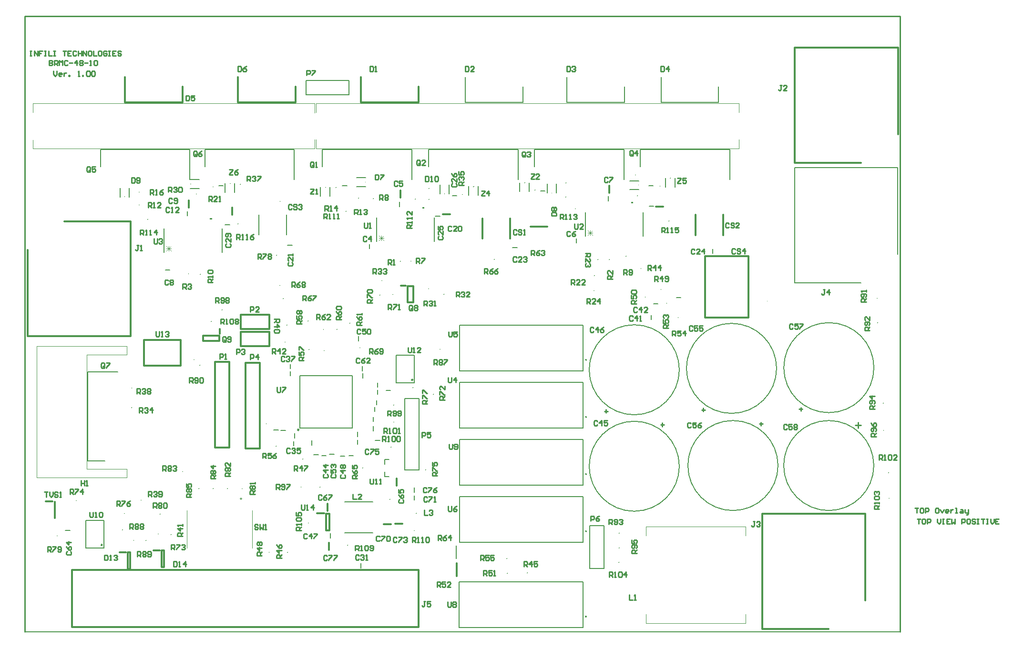
<source format=gto>
                                                                                                                                                                                                                                                                                                                                                                                                                                                                                                                                                                                                                                                                                                                                                                                                                                                                                                                                                                                                                                                                                                                                                                                                                                                                                                                                                                                                                                                                                                                                                                                                                                                                                                                                                                                                                                                                                                                                                                                                                                                                                                                                                                                                                                                                                                                                                                                                                                                                                                                                                                                                                                                                                                                                                                                                                                                                                                                                                                                                                                                                                                                                                                                                                                                                                                                                                                                                                                                                                                                                                                                                                                                                                                                                                                                                                                                                                                                                                                                                                                                                                                                                                                                                                                                                                                                                                                                                                                                                                                                                                                                                                                                                                                                                                                                                                                                                                                                                                                                                                                                                                                                                                                                                                                                                                                                                                                                                                                                                                                                                                                                                                                                                                                                                                                                                                                                                                                                                                                                                                                                                                                                                                                                                                                                                                                                                                                                                                                                                                                                                                                                                                                                                                                                                                                                                                                                                                                                                                                                                                                                                                                                                                                                                                                                                                                                                                                                                                                                                                                                                                                                                                                                                                                                                                                                                                                                                                                                                                                                                                                                                                                                                                                                                                                                                                                                                                                                                                                                                                                                                                                                                                                                                                                                                                                                                                                                                                                                                                                                                                                                                                                                                                                                                                                                                                                                                                                                                                                                                                                                                                                                                                                                                                                                                                                                                                                                                                                                                                                                                                                                                                                                                                                                                                                                                                                                                                                                                                                                                                                                                                                                                                                                                                                                                                                                                                                                                                                                                                                                                                                                                                                                                                                                                                                                                                                                                                                                                                                                                                                                                                                                                                                                                                                                                                                                                                                                                                                                                                                                                                                                                                                                                                                                                                                                                                                                                                                                                                                                                                                                                                                                                                                                                                                                                                                                                                                                                                                                                                                                                                                                                                                                                                                                                                                                                                                                                                                                                                                                                                                                                                                                                                                                                                                                                                                                                                                                                                                                                                                                                                                                                                                                                                                                                                                                                                                                                                                                                                                                                                                                                                                                                                                                                                                                                                                                                                                                                                                                                                                                                                                                                                                                                                                                                                                                                                                                                                                                                                                                                                                                                                                                                                                                                                                                                                                                                                                                                                                                                                                                                                                                                                                                                                                                                                                                                                                                                                                                                                                                                                                                                                                                                                                                                                                                                                                                                                                                                                                                                                                                                                                                                                                                                                                                                                                                                                                                                                                                                                                                                                                                                                                                                                                                                                                                                                                                                                                                                                                                                                                                                                                                                                                                                                                                                                                                                                                                                                                                                                                                                                                                                                                                                                                                                                                                                                                                                                                                                                                                                                                                                                                                                                                                                                                                                                                                                                                                                                                                                                                                                                                                                                                                                                                                                                                                                                                                                                                                                                                                                                                                                                                                                                                                                                                                                                                                                                                                                                                                                                                                                                                                                                                                                                                                                                                                                                                                                                                                                                                                                                                                                                                                                                                                                                                                                                                                                                                                                                                                                                                                                                                                                                                                                                                                                                                                                                                                                                                                                                                                                                                                                                                                                                                                                                                                                                                                                                                                                                                                                                                                                                                                                                                                                                                                                                                                                                                                                                                                                                                                                                                                                                                                                                                                                                                                                                                                                                                                                                                                                                                                                                                                                                                                                                                                                                                                                                                                                                                                                                                                                                                                                                                                                                                                                                                                                                                                                                                                                                                                                                                                                                                                                                                                                                                                                                                                                                                                                                                                                                                                                                                                                                                                                                                                                                                                                                                                                                                                                                                                                                                                                                                                                                                                                                                                                                                                                                                                                                                                                                                                                                                                                                                                                                                                                                                                                                                                                                                                                                                                                                                                                                                                                                                                                                                                                                                                                                                                                                                                                                                                                                                                                                                                                                                                                                                                                                                                                                                                                                                                                                                                                                                                                                                                                                                                                                                                                                                                                                                                                                                                                                                                                                                                                                                                                                                                                                                                                                                                                                                                                                                                                                                                                                                                                                                                                                                                                                                                                                                                                                                                                                                                                                                                                                                                                                                                                                                                                                                                                                                                                                                                                                                                                                                                                                                                                                                                                                                                                                                                                                                                                                                                                                                                                                                                                                                                                                                                                                                                                                                                                                                                                                                                                                                                                                                                                                                                                                                                                                                                                                                                                                                                                                                                                                                                                                                                                                                                                                                                                                                                                                                                                                                                                                                                                                                                                                                                                                                                                                                                                                                                                                                                                                                                                                                                                                                                                                                                                                                                                                                                                                                                                                                                                                                                                                                                                                                                                                                                                                                                                                                                                                                                                                                                                                                                                                                                                                                                                                                                                                                                                                                                                                                                                                                                                                                                                                                                                                                                                                                                                                                                                                                                                                                                                                                                                                                                                                                                                                                                                                                                                                                                                                                                                                                                                                                                                                                                                                                                                                                                                                                                                                                                                                                                                                                                                                                                                                                                                                                                                                                                                                                                                                                                                                                                                                                                                                                                                                                                                                                                                                                                                                                                                                                                                                                                                                                                                                                                                                                                                                                                                                                                                                                                                                                                                                                                                                                                                                                                                                                                                                                                                                                                                                                                                                                                                                                                                                                                                                                                                                                                                                                                                                                                                                                                                                                                                                                                                                                                                                                                                                                                                                                                                                                                                                                                                                                                                                                                                                                                                                                                                                                                                                                                                                                                                                                                                                                                                                                                                                                                                                                                                                                                                                                                                                                                                                                                                                                                                                                                                                                                                                                                                                                                                                                                                                                                                                                                                                                                                                                                                                                                                                                                                                                                                                                                                                                                                                                                                                                                                                                                                                                                                                                                                                                                                                                                                                                                                                                                                                                                                                                                                                                                                                                                                                                                                                                                                                                                                                                                                                                                                                                                                                                                                                                                                                                                                                                                                                                                                                                                                                                                                                                                                                                                                                                                                                                                                                                                                                                                                                                                                                                                                                                                                                                                                                                                                                                                                                                                                                                                                                                                                                                                                                                                                                                                                                                                                                                                                                                                                                                                                                                                                                                                                                                                                                                                                                                                                                                                                                                                                                                                                                                                                                                                                                                                                                                                                                                                                                                                                                                                                                                                                                                                                                                                                                                                                                                                                                                                                                                                                                                                                                                                                                                                                                                                                                                                                                                                                                                                                                                                                                                                                                                                                                                                                                                                                                                                                                                                                                                                                                                                                                                                                                                                                                                                                                                                                                                                                                                                                                                                                                                                                                                                                                                                                                                                                                                                                                                                                                                                                                                                                                                                                                                                                                                                                                                                                                                                                                                                                                                                                                                                                                                                                                                                                                                                                                                                                                                                                                                                                                                                                                                                                                                                                                                                                                                                                                                                                                                                                                                                                                                                                                                                                                                                                                                                                                                                                                                                                                                                                                                                                                                                                                                                                                                                                                                                                                                                                                                                                                                                                                                                                                                                                                                                                                                                                                                                                                                                                                                                                                                                                                                                                                                                                                                                                                                                                                                                                                                                                                                                                                                                                                                                                                                                                                                                                                                                                                                                                                                                                                                                                                                                                                                                                                                                                                                                                                                                                                                                                                                                                                                                                                                                                                                                                                                                                                                                                                                                                                                                                                                                                                                                                                                                                                                                                                                                                                                                                                                                                                                                                                                                                                                                                                                                                                                                                                                                                                                                                                                                                                                                                                                                                                                                                                                                                                                                                                                                                                                                                                                                                                                                                                                                                                                                                                                                                                                                                                                                                                                                                                                                                                                                                                                                                                                                                                                                                                                                                                                                                                                                                                                                                                                                                                                                                                                                                                                                                                                                                                                                                                                                                                                                                                                                                                                                                                                                                                                                                                                                                                                                                                                                                                                                                                                                                                                                                                                                                                                                                                                                                                                                                                                                                                                                                                                                                                                                                                                                                                                                                                                                                                                                                                                                                                                                                                                                                                                                                                                                                                                                                                                                                                                                                                                                                                                                                                                                                                                                                                                                                                                                                                                                                                                                                                                                                                                                                                                                                                                                                                                                                                                                                                                                                                                                                                                                                                                                                                                                                                                                                                                                                                                                                                                                                                                                                                                                                                                                                                                                                                                                                                                                                                                                                                                                                                                                                                                                                                                                                                                                                                                                                                                                                                                                                                                                                                                                                                                                                                                                                                                                                                                                                                                                                                                                                                                                                                                                                                                                                                                                                                                                                                                                                                                                                                                                                                                                                                                                                                                                                                                                                                                                                                                                                                                                                                                                                                                                                                                                                                                                                                                                                                                                                                                                                                                                                                                                                                                                                                                                                                                                                                                                                                                                                                                                                                                                                                                                                                                                                                                                                                                                                                                                                                                                                                                                                                                                                                                                                                                                                                                                                                                                                                                                                                                                                                                                                                                                                                                                                                                                                                                                                                                                                                                                                                                                                                                                                                                                                                                                                                                                                                                                                                                                                                                                                                                                                                                                                                                                                                                                                                                                                                                                                                                                                                                                                                                                                                                                                                                                                                                                                                                                                                                                                                                                                                                                                                                                                                                                                                                                                                                                                                                                                                                                                                                                                                                                                                                                                                                                                                                                                                                                                                                                                                                                                                                                                                                                                                                                                                                                                                                                                                                                                                                                                                                                                                                                                                                                                                                                                                                                                                                                                                                                                                                                                                                                                                                                                                                                                                                                                                                                                                                                                                                                                                                                                                                                                                                                                                                                                                                                                                                                                                                                                                                                                                                                                                                                                                                                                        G04*
G04 #@! TF.GenerationSoftware,Altium Limited,Altium Designer,20.0.13 (296)*
G04*
G04 Layer_Color=65535*
%FSLAX43Y43*%
%MOMM*%
G71*
G01*
G75*
%ADD10C,0.200*%
%ADD11C,0.100*%
%ADD12C,0.254*%
%ADD13C,0.250*%
%ADD14C,0.152*%
%ADD15C,0.300*%
%ADD16C,0.220*%
%ADD17C,0.305*%
%ADD18C,0.127*%
%ADD19C,0.076*%
G36*
X32828Y73362D02*
Y73616D01*
X33209D01*
Y73362D01*
X32828D01*
D02*
G37*
G36*
X70547Y75267D02*
Y75521D01*
X70928D01*
Y75267D01*
X70547D01*
D02*
G37*
G36*
X107631Y76225D02*
Y76479D01*
X108012D01*
Y76225D01*
X107631D01*
D02*
G37*
D10*
X150748Y29597D02*
G03*
X150748Y29597I-8000J0D01*
G01*
X69349Y76973D02*
G03*
X69349Y76973I-50J0D01*
G01*
X114364Y73101D02*
G03*
X114364Y73101I-50J0D01*
G01*
X37828Y72579D02*
G03*
X37828Y72579I-50J0D01*
G01*
X21819Y73380D02*
G03*
X21819Y73380I-50J0D01*
G01*
X97757Y75276D02*
G03*
X97757Y75276I-50J0D01*
G01*
X57038Y74826D02*
G03*
X57038Y74826I-50J0D01*
G01*
X69132Y18036D02*
G03*
X69132Y18036I-50J0D01*
G01*
X152431Y40695D02*
G03*
X152431Y40695I-50J0D01*
G01*
X153392Y28335D02*
G03*
X153392Y28335I-50J0D01*
G01*
X153479Y23791D02*
G03*
X153479Y23791I-50J0D01*
G01*
X152518Y35848D02*
G03*
X152518Y35848I-50J0D01*
G01*
X105482Y12386D02*
G03*
X105482Y12386I-50J0D01*
G01*
X105550Y14960D02*
G03*
X105550Y14960I-50J0D01*
G01*
X151426Y54987D02*
G03*
X151426Y54987I-50J0D01*
G01*
X151340Y59358D02*
G03*
X151340Y59358I-50J0D01*
G01*
X105563Y17575D02*
G03*
X105563Y17575I-50J0D01*
G01*
X88763Y79890D02*
G03*
X88763Y79890I-53J0D01*
G01*
X90582Y78614D02*
G03*
X90582Y78614I-50J0D01*
G01*
X112807Y79262D02*
G03*
X112807Y79262I-50J0D01*
G01*
X114640Y80716D02*
G03*
X114640Y80716I-53J0D01*
G01*
X36454Y79770D02*
G03*
X36454Y79770I-53J0D01*
G01*
X38264Y79626D02*
G03*
X38264Y79626I-50J0D01*
G01*
X79695Y79224D02*
G03*
X79695Y79224I-53J0D01*
G01*
X77686Y77814D02*
G03*
X77686Y77814I-50J0D01*
G01*
X53394Y79075D02*
G03*
X53394Y79075I-53J0D01*
G01*
X55272Y79049D02*
G03*
X55272Y79049I-50J0D01*
G01*
X150765Y47001D02*
G03*
X150765Y47001I-8000J0D01*
G01*
X133476Y46876D02*
G03*
X133476Y46876I-8000J0D01*
G01*
X38354Y23798D02*
G03*
X38354Y23598I0J-100D01*
G01*
D02*
G03*
X38354Y23798I0J100D01*
G01*
X99716Y2746D02*
G03*
X99716Y2746I-100J0D01*
G01*
X17322Y18161D02*
G03*
X17322Y18161I-50J0D01*
G01*
X69519Y21087D02*
G03*
X69519Y21087I-50J0D01*
G01*
X52415Y25781D02*
G03*
X52415Y25781I-50J0D01*
G01*
X46192Y51562D02*
G03*
X46192Y51562I-50J0D01*
G01*
X46532Y54569D02*
G03*
X46532Y54569I-50J0D01*
G01*
X63382Y62484D02*
G03*
X63382Y62484I-50J0D01*
G01*
X74431Y60071D02*
G03*
X74431Y60071I-50J0D01*
G01*
X71678Y61046D02*
G03*
X71678Y61046I-50J0D01*
G01*
X49051Y25780D02*
G03*
X49051Y25780I-50J0D01*
G01*
X65503Y40367D02*
G03*
X65503Y40367I-50J0D01*
G01*
X65496Y37338D02*
G03*
X65496Y37338I-50J0D01*
G01*
X43357Y14138D02*
G03*
X43357Y14138I-50J0D01*
G01*
X46659Y14183D02*
G03*
X46659Y14183I-50J0D01*
G01*
X24012Y20955D02*
G03*
X24012Y20955I-50J0D01*
G01*
X17662Y21082D02*
G03*
X17662Y21082I-50J0D01*
G01*
X61894Y77105D02*
G03*
X61894Y77105I-50J0D01*
G01*
X65328Y60030D02*
G03*
X65328Y60030I-50J0D01*
G01*
X33111Y55245D02*
G03*
X33111Y55245I-50J0D01*
G01*
X101777Y66253D02*
G03*
X101777Y66253I-50J0D01*
G01*
X63042Y59903D02*
G03*
X63042Y59903I-50J0D01*
G01*
X35016Y57277D02*
G03*
X35016Y57277I-50J0D01*
G01*
X31165Y63586D02*
G03*
X31165Y63586I-50J0D01*
G01*
X106771Y66804D02*
G03*
X106771Y66804I-50J0D01*
G01*
X29078Y63692D02*
G03*
X29078Y63692I-50J0D01*
G01*
X103809Y66253D02*
G03*
X103809Y66253I-50J0D01*
G01*
X66659Y65923D02*
G03*
X66659Y65923I-50J0D01*
G01*
X31081Y47447D02*
G03*
X31081Y47447I-50J0D01*
G01*
X64820Y23581D02*
G03*
X64820Y23581I-50J0D01*
G01*
X57327Y15453D02*
G03*
X57327Y15453I-50J0D01*
G01*
X50342Y19390D02*
G03*
X50342Y19390I-50J0D01*
G01*
X68925Y43434D02*
G03*
X68925Y43434I-50J0D01*
G01*
X73710Y50292D02*
G03*
X73710Y50292I-50J0D01*
G01*
X44678Y66992D02*
G03*
X44678Y66992I-50J0D01*
G01*
X5720Y17104D02*
G03*
X5720Y17104I-50J0D01*
G01*
X71170Y28829D02*
G03*
X71170Y28829I-50J0D01*
G01*
X9108Y23368D02*
G03*
X9108Y23368I-50J0D01*
G01*
X72567Y42291D02*
G03*
X72567Y42291I-50J0D01*
G01*
X59486Y50546D02*
G03*
X59486Y50546I-50J0D01*
G01*
X45274Y61643D02*
G03*
X45274Y61643I-50J0D01*
G01*
X45869Y59309D02*
G03*
X45869Y59309I-50J0D01*
G01*
X59994Y29169D02*
G03*
X59994Y29169I-50J0D01*
G01*
X53009Y53762D02*
G03*
X53009Y53762I-50J0D01*
G01*
X57708Y54905D02*
G03*
X57708Y54905I-50J0D01*
G01*
X55422Y53807D02*
G03*
X55422Y53807I-50J0D01*
G01*
X53136Y50038D02*
G03*
X53136Y50038I-50J0D01*
G01*
X50291Y55337D02*
G03*
X50291Y55337I-50J0D01*
G01*
X50469Y50251D02*
G03*
X50469Y50251I-50J0D01*
G01*
X44627Y33020D02*
G03*
X44627Y33020I-50J0D01*
G01*
X25958Y17313D02*
G03*
X25958Y17313I-50J0D01*
G01*
X20624Y23454D02*
G03*
X20624Y23454I-50J0D01*
G01*
X21513Y16297D02*
G03*
X21513Y16297I-50J0D01*
G01*
X113978Y58464D02*
G03*
X113978Y58464I-50J0D01*
G01*
X116012Y55883D02*
G03*
X116012Y55883I-50J0D01*
G01*
X110170Y59566D02*
G03*
X110170Y59566I-50J0D01*
G01*
X112964Y60877D02*
G03*
X112964Y60877I-50J0D01*
G01*
X109408Y64601D02*
G03*
X109408Y64601I-50J0D01*
G01*
X101142Y63373D02*
G03*
X101142Y63373I-50J0D01*
G01*
X85689Y10414D02*
G03*
X85689Y10414I-50J0D01*
G01*
X89245Y10541D02*
G03*
X89245Y10541I-50J0D01*
G01*
X18973Y43348D02*
G03*
X18973Y43348I-50J0D01*
G01*
Y39919D02*
G03*
X18973Y39919I-50J0D01*
G01*
X30458Y77877D02*
G03*
X30458Y77877I-50J0D01*
G01*
X108803Y77597D02*
G03*
X108803Y77597I-50J0D01*
G01*
X71780Y76925D02*
G03*
X71780Y76925I-50J0D01*
G01*
X33394Y79162D02*
G03*
X33394Y79162I-50J0D01*
G01*
X108443Y81279D02*
G03*
X108443Y81279I-50J0D01*
G01*
X20284Y78232D02*
G03*
X20284Y78232I-50J0D01*
G01*
X96094Y79842D02*
G03*
X96094Y79842I-50J0D01*
G01*
X59269Y77139D02*
G03*
X59269Y77139I-50J0D01*
G01*
X20282Y75946D02*
G03*
X20282Y75946I-50J0D01*
G01*
X96080Y77355D02*
G03*
X96080Y77355I-50J0D01*
G01*
X71764Y78867D02*
G03*
X71764Y78867I-50J0D01*
G01*
X49367Y30734D02*
G03*
X49367Y30734I-50J0D01*
G01*
X83353Y66267D02*
G03*
X83353Y66267I-50J0D01*
G01*
X30911Y25486D02*
G03*
X30911Y25486I-50J0D01*
G01*
X33451Y25527D02*
G03*
X33451Y25527I-50J0D01*
G01*
X35991D02*
G03*
X35991Y25527I-50J0D01*
G01*
X38583Y25475D02*
G03*
X38583Y25475I-50J0D01*
G01*
X85607Y13081D02*
G03*
X85607Y13081I-50J0D01*
G01*
X68578Y65942D02*
G03*
X68578Y65942I-50J0D01*
G01*
X101056Y60706D02*
G03*
X101056Y60706I-50J0D01*
G01*
X42855Y36998D02*
G03*
X42855Y36998I-50J0D01*
G01*
X27990Y28534D02*
G03*
X27990Y28534I-50J0D01*
G01*
X19323Y16285D02*
G03*
X19323Y16285I-50J0D01*
G01*
X23672Y17440D02*
G03*
X23672Y17440I-50J0D01*
G01*
X65033Y32893D02*
G03*
X65033Y32893I-50J0D01*
G01*
X99738Y28067D02*
G03*
X99738Y28067I-100J0D01*
G01*
Y38227D02*
G03*
X99738Y38227I-100J0D01*
G01*
X116204Y29470D02*
G03*
X116204Y29470I-8000J0D01*
G01*
X133730Y29597D02*
G03*
X133730Y29597I-8000J0D01*
G01*
X99738Y48387D02*
G03*
X99738Y48387I-100J0D01*
G01*
Y17907D02*
G03*
X99738Y17907I-100J0D01*
G01*
X116204Y46622D02*
G03*
X116204Y46622I-8000J0D01*
G01*
X112957Y94166D02*
Y98666D01*
Y94166D02*
X123157D01*
Y96966D01*
X96231Y94155D02*
Y98655D01*
Y94155D02*
X106431D01*
Y96955D01*
X78215Y94160D02*
Y98660D01*
Y94160D02*
X88415D01*
Y96960D01*
X154982Y67147D02*
Y82537D01*
X136682D02*
X154982D01*
X136682Y62067D02*
Y82537D01*
Y62067D02*
X148442D01*
X46462Y70599D02*
Y74199D01*
X41572Y70599D02*
Y74199D01*
X29364Y80432D02*
X30964D01*
X29364Y78832D02*
X30964D01*
X107413Y80244D02*
X109013D01*
X107413Y78644D02*
X109013D01*
X58885Y79220D02*
X60485D01*
X58885Y80820D02*
X60485D01*
X94390Y78067D02*
Y79667D01*
X92790Y78067D02*
Y79667D01*
X16869Y77363D02*
Y78963D01*
X18470Y77363D02*
Y78963D01*
X75294Y77895D02*
Y79495D01*
X73694Y77895D02*
Y79495D01*
X87563Y80475D02*
Y85785D01*
X71693D02*
X87563D01*
X71693Y82750D02*
Y85785D01*
X89559Y78302D02*
Y79902D01*
X87859Y78302D02*
Y79902D01*
X113737Y79129D02*
Y80729D01*
X115437Y79129D02*
Y80729D01*
X11136Y46289D02*
X16446D01*
X11136Y30419D02*
Y46289D01*
Y30419D02*
X14171D01*
X31944Y82750D02*
Y85785D01*
X47814D01*
Y80475D02*
Y85785D01*
X29272Y80475D02*
Y85785D01*
X13402D02*
X29272D01*
X13402Y82750D02*
Y85785D01*
X125155Y80475D02*
Y85785D01*
X109285D02*
X125155D01*
X109285Y82750D02*
Y85785D01*
X52821Y82753D02*
Y85788D01*
X68691D01*
Y80478D02*
Y85788D01*
X106359Y80475D02*
Y85785D01*
X90489D02*
X106359D01*
X90489Y82750D02*
Y85785D01*
X37251Y78182D02*
Y79782D01*
X35551Y78182D02*
Y79782D01*
X80491Y77637D02*
Y79237D01*
X78791Y77637D02*
Y79237D01*
X54191Y77487D02*
Y79087D01*
X52491Y77487D02*
Y79087D01*
X49876Y98110D02*
X57496D01*
X49876Y95570D02*
Y98110D01*
Y95570D02*
X57496D01*
Y98110D01*
X0Y0D02*
X155414D01*
X67437Y41529D02*
X69977D01*
Y28829D02*
Y41529D01*
X67437Y28829D02*
Y41529D01*
Y28829D02*
X69977D01*
X63909Y29849D02*
Y30649D01*
X64609D01*
X63909Y27649D02*
Y28449D01*
Y27649D02*
X64609D01*
X56790Y23098D02*
X61790D01*
X56765Y17637D02*
X61765D01*
X14001Y14949D02*
Y19849D01*
X10801D02*
X14001D01*
X10801Y14949D02*
Y19849D01*
Y14949D02*
X14001D01*
X48828Y36255D02*
Y45555D01*
X58128D01*
Y36255D02*
Y45555D01*
X48828Y36255D02*
X58128D01*
X100325Y11254D02*
X102865D01*
X100325D02*
Y18874D01*
X102865D01*
Y11254D02*
Y18874D01*
X69140Y44312D02*
Y49212D01*
X65940D02*
X69140D01*
X65940Y44312D02*
Y49212D01*
Y44312D02*
X69140D01*
X76567Y13074D02*
Y15374D01*
D11*
X45287Y76599D02*
G03*
X45287Y76499I0J-50D01*
G01*
D02*
G03*
X45287Y76599I0J50D01*
G01*
X29452Y79632D02*
G03*
X29352Y79632I-50J0D01*
G01*
D02*
G03*
X29452Y79632I50J0D01*
G01*
X109025Y79444D02*
G03*
X108925Y79444I-50J0D01*
G01*
D02*
G03*
X109025Y79444I50J0D01*
G01*
X60397Y80020D02*
G03*
X60497Y80020I50J0D01*
G01*
D02*
G03*
X60397Y80020I-50J0D01*
G01*
X93590Y78055D02*
G03*
X93590Y78155I0J50D01*
G01*
D02*
G03*
X93590Y78055I0J-50D01*
G01*
X17670Y77451D02*
G03*
X17670Y77351I0J-50D01*
G01*
D02*
G03*
X17670Y77451I0J50D01*
G01*
X74494Y77883D02*
G03*
X74494Y77983I0J50D01*
G01*
D02*
G03*
X74494Y77883I0J-50D01*
G01*
X29984Y48387D02*
G03*
X30084Y48387I50J0D01*
G01*
D02*
G03*
X29984Y48387I-50J0D01*
G01*
X84963Y75955D02*
G03*
X84963Y75855I0J-50D01*
G01*
D02*
G03*
X84963Y75955I0J50D01*
G01*
X131870Y58845D02*
G03*
X131770Y58845I-50J0D01*
G01*
D02*
G03*
X131870Y58845I50J0D01*
G01*
X122790Y76475D02*
G03*
X122790Y76575I0J50D01*
G01*
D02*
G03*
X122790Y76475I0J-50D01*
G01*
X51726Y92395D02*
Y94006D01*
X110276Y17160D02*
Y18760D01*
X127976D01*
Y17160D02*
Y18760D01*
X110276Y1560D02*
Y3160D01*
Y1560D02*
X127976D01*
Y3160D01*
X2088Y50839D02*
X18088D01*
Y49299D02*
Y50839D01*
X10988Y49299D02*
X18088D01*
X10988Y28979D02*
Y49299D01*
Y28979D02*
X18088D01*
Y27439D02*
Y28979D01*
X2088Y27439D02*
X18088D01*
X2088D02*
Y50839D01*
X40359Y14938D02*
Y21638D01*
X28729Y14938D02*
Y21638D01*
X1435Y85925D02*
Y87527D01*
X1408Y92374D02*
Y93994D01*
X126756Y85952D02*
Y87564D01*
X51676Y85955D02*
X126723D01*
X126764Y92417D02*
Y94029D01*
X51681Y85932D02*
Y87543D01*
X51445Y85932D02*
Y87543D01*
Y92337D02*
Y93948D01*
X1408Y93994D02*
X51446D01*
X51718Y94036D02*
X126753D01*
X1435Y85925D02*
X51427D01*
D12*
X13722Y15469D02*
G03*
X13722Y15469I-102J0D01*
G01*
X68861Y44832D02*
G03*
X68861Y44832I-102J0D01*
G01*
X158418Y20131D02*
X159018D01*
X158718D01*
Y19231D01*
X159768Y20131D02*
X159468D01*
X159318Y19981D01*
Y19381D01*
X159468Y19231D01*
X159768D01*
X159918Y19381D01*
Y19981D01*
X159768Y20131D01*
X160218Y19231D02*
Y20131D01*
X160668D01*
X160818Y19981D01*
Y19681D01*
X160668Y19531D01*
X160218D01*
X162017Y20131D02*
Y19531D01*
X162317Y19231D01*
X162617Y19531D01*
Y20131D01*
X162917D02*
X163217D01*
X163067D01*
Y19231D01*
X162917D01*
X163217D01*
X164266Y20131D02*
X163667D01*
Y19231D01*
X164266D01*
X163667Y19681D02*
X163967D01*
X164566Y20131D02*
Y19231D01*
X164866Y19531D01*
X165166Y19231D01*
Y20131D01*
X166366Y19231D02*
Y20131D01*
X166816D01*
X166966Y19981D01*
Y19681D01*
X166816Y19531D01*
X166366D01*
X167715Y20131D02*
X167415D01*
X167265Y19981D01*
Y19381D01*
X167415Y19231D01*
X167715D01*
X167865Y19381D01*
Y19981D01*
X167715Y20131D01*
X168765Y19981D02*
X168615Y20131D01*
X168315D01*
X168165Y19981D01*
Y19831D01*
X168315Y19681D01*
X168615D01*
X168765Y19531D01*
Y19381D01*
X168615Y19231D01*
X168315D01*
X168165Y19381D01*
X169065Y20131D02*
X169365D01*
X169215D01*
Y19231D01*
X169065D01*
X169365D01*
X169815Y20131D02*
X170414D01*
X170115D01*
Y19231D01*
X170714Y20131D02*
X171014D01*
X170864D01*
Y19231D01*
X170714D01*
X171014D01*
X171464Y20131D02*
Y19531D01*
X171764Y19231D01*
X172064Y19531D01*
Y20131D01*
X172964D02*
X172364D01*
Y19231D01*
X172964D01*
X172364Y19681D02*
X172664D01*
X158061Y22057D02*
X158661D01*
X158361D01*
Y21157D01*
X159411Y22057D02*
X159111D01*
X158961Y21907D01*
Y21307D01*
X159111Y21157D01*
X159411D01*
X159561Y21307D01*
Y21907D01*
X159411Y22057D01*
X159861Y21157D02*
Y22057D01*
X160311D01*
X160461Y21907D01*
Y21607D01*
X160311Y21457D01*
X159861D01*
X162110Y22057D02*
X161810D01*
X161660Y21907D01*
Y21307D01*
X161810Y21157D01*
X162110D01*
X162260Y21307D01*
Y21907D01*
X162110Y22057D01*
X162560Y21757D02*
X162860Y21157D01*
X163160Y21757D01*
X163909Y21157D02*
X163610D01*
X163460Y21307D01*
Y21607D01*
X163610Y21757D01*
X163909D01*
X164059Y21607D01*
Y21457D01*
X163460D01*
X164359Y21757D02*
Y21157D01*
Y21457D01*
X164509Y21607D01*
X164659Y21757D01*
X164809D01*
X165259Y21157D02*
X165559D01*
X165409D01*
Y22057D01*
X165259D01*
X166159Y21757D02*
X166459D01*
X166609Y21607D01*
Y21157D01*
X166159D01*
X166009Y21307D01*
X166159Y21457D01*
X166609D01*
X166909Y21757D02*
Y21307D01*
X167058Y21157D01*
X167508D01*
Y21007D01*
X167358Y20857D01*
X167208D01*
X167508Y21157D02*
Y21757D01*
X147955Y37284D02*
Y36268D01*
X148463Y36776D02*
X147447D01*
X137766Y39314D02*
Y39914D01*
X137466Y39614D02*
X138066D01*
X120477Y39189D02*
Y39789D01*
X120177Y39489D02*
X120777D01*
X5072Y99751D02*
Y99151D01*
X5372Y98851D01*
X5672Y99151D01*
Y99751D01*
X6422Y98851D02*
X6122D01*
X5972Y99001D01*
Y99301D01*
X6122Y99451D01*
X6422D01*
X6572Y99301D01*
Y99151D01*
X5972D01*
X6872Y99451D02*
Y98851D01*
Y99151D01*
X7022Y99301D01*
X7172Y99451D01*
X7321D01*
X7771Y98851D02*
Y99001D01*
X7921D01*
Y98851D01*
X7771D01*
X9421D02*
X9721D01*
X9571D01*
Y99751D01*
X9421Y99601D01*
X10171Y98851D02*
Y99001D01*
X10320D01*
Y98851D01*
X10171D01*
X10920Y99601D02*
X11070Y99751D01*
X11370D01*
X11520Y99601D01*
Y99001D01*
X11370Y98851D01*
X11070D01*
X10920Y99001D01*
Y99601D01*
X11820D02*
X11970Y99751D01*
X12270D01*
X12420Y99601D01*
Y99001D01*
X12270Y98851D01*
X11970D01*
X11820Y99001D01*
Y99601D01*
X867Y103355D02*
X1166D01*
X1017D01*
Y102456D01*
X867D01*
X1166D01*
X1616D02*
Y103355D01*
X2216Y102456D01*
Y103355D01*
X3116D02*
X2516D01*
Y102906D01*
X2816D01*
X2516D01*
Y102456D01*
X3416Y103355D02*
X3716D01*
X3566D01*
Y102456D01*
X3416D01*
X3716D01*
X4165Y103355D02*
Y102456D01*
X4765D01*
X5065Y103355D02*
X5365D01*
X5215D01*
Y102456D01*
X5065D01*
X5365D01*
X6715Y103355D02*
X7314D01*
X7015D01*
Y102456D01*
X8214Y103355D02*
X7614D01*
Y102456D01*
X8214D01*
X7614Y102906D02*
X7914D01*
X9114Y103206D02*
X8964Y103355D01*
X8664D01*
X8514Y103206D01*
Y102606D01*
X8664Y102456D01*
X8964D01*
X9114Y102606D01*
X9414Y103355D02*
Y102456D01*
Y102906D01*
X10014D01*
Y103355D01*
Y102456D01*
X10314D02*
Y103355D01*
X10913Y102456D01*
Y103355D01*
X11663D02*
X11363D01*
X11213Y103206D01*
Y102606D01*
X11363Y102456D01*
X11663D01*
X11813Y102606D01*
Y103206D01*
X11663Y103355D01*
X12113D02*
Y102456D01*
X12713D01*
X13462Y103355D02*
X13163D01*
X13013Y103206D01*
Y102606D01*
X13163Y102456D01*
X13462D01*
X13612Y102606D01*
Y103206D01*
X13462Y103355D01*
X14512Y103206D02*
X14362Y103355D01*
X14062D01*
X13912Y103206D01*
Y102606D01*
X14062Y102456D01*
X14362D01*
X14512Y102606D01*
Y102906D01*
X14212D01*
X14812Y103355D02*
X15112D01*
X14962D01*
Y102456D01*
X14812D01*
X15112D01*
X16162Y103355D02*
X15562D01*
Y102456D01*
X16162D01*
X15562Y102906D02*
X15862D01*
X17061Y103206D02*
X16911Y103355D01*
X16611D01*
X16462Y103206D01*
Y103056D01*
X16611Y102906D01*
X16911D01*
X17061Y102756D01*
Y102606D01*
X16911Y102456D01*
X16611D01*
X16462Y102606D01*
X4271Y101653D02*
Y100753D01*
X4721D01*
X4871Y100903D01*
Y101053D01*
X4721Y101203D01*
X4271D01*
X4721D01*
X4871Y101353D01*
Y101503D01*
X4721Y101653D01*
X4271D01*
X5171Y100753D02*
Y101653D01*
X5621D01*
X5771Y101503D01*
Y101203D01*
X5621Y101053D01*
X5171D01*
X5471D02*
X5771Y100753D01*
X6071D02*
Y101653D01*
X6370Y101353D01*
X6670Y101653D01*
Y100753D01*
X7570Y101503D02*
X7420Y101653D01*
X7120D01*
X6970Y101503D01*
Y100903D01*
X7120Y100753D01*
X7420D01*
X7570Y100903D01*
X7870Y101203D02*
X8470D01*
X9220Y100753D02*
Y101653D01*
X8770Y101203D01*
X9369D01*
X9669Y101503D02*
X9819Y101653D01*
X10119D01*
X10269Y101503D01*
Y101353D01*
X10119Y101203D01*
X10269Y101053D01*
Y100903D01*
X10119Y100753D01*
X9819D01*
X9669Y100903D01*
Y101053D01*
X9819Y101203D01*
X9669Y101353D01*
Y101503D01*
X9819Y101203D02*
X10119D01*
X10569D02*
X11169D01*
X11469Y100753D02*
X11769D01*
X11619D01*
Y101653D01*
X11469Y101503D01*
X12219D02*
X12368Y101653D01*
X12668D01*
X12818Y101503D01*
Y100903D01*
X12668Y100753D01*
X12368D01*
X12219Y100903D01*
Y101503D01*
X113203Y37157D02*
Y36557D01*
X113503Y36857D02*
X112903D01*
X130729Y37284D02*
Y36684D01*
X131029Y36984D02*
X130429D01*
X103205Y38935D02*
Y39535D01*
X102905Y39235D02*
X103505D01*
X112928Y100591D02*
Y99692D01*
X113378D01*
X113528Y99842D01*
Y100442D01*
X113378Y100591D01*
X112928D01*
X114278Y99692D02*
Y100591D01*
X113828Y100142D01*
X114428D01*
X96215Y100591D02*
Y99692D01*
X96665D01*
X96815Y99842D01*
Y100442D01*
X96665Y100591D01*
X96215D01*
X97115Y100442D02*
X97265Y100591D01*
X97565D01*
X97715Y100442D01*
Y100292D01*
X97565Y100142D01*
X97415D01*
X97565D01*
X97715Y99992D01*
Y99842D01*
X97565Y99692D01*
X97265D01*
X97115Y99842D01*
X78207Y100591D02*
Y99692D01*
X78656D01*
X78806Y99842D01*
Y100442D01*
X78656Y100591D01*
X78207D01*
X79706Y99692D02*
X79106D01*
X79706Y100292D01*
Y100442D01*
X79556Y100591D01*
X79256D01*
X79106Y100442D01*
X135323Y36765D02*
X135173Y36915D01*
X134873D01*
X134723Y36765D01*
Y36165D01*
X134873Y36015D01*
X135173D01*
X135323Y36165D01*
X136223Y36915D02*
X135623D01*
Y36465D01*
X135923Y36615D01*
X136073D01*
X136223Y36465D01*
Y36165D01*
X136073Y36015D01*
X135773D01*
X135623Y36165D01*
X136523Y36765D02*
X136673Y36915D01*
X136973D01*
X137123Y36765D01*
Y36615D01*
X136973Y36465D01*
X137123Y36315D01*
Y36165D01*
X136973Y36015D01*
X136673D01*
X136523Y36165D01*
Y36315D01*
X136673Y36465D01*
X136523Y36615D01*
Y36765D01*
X136673Y36465D02*
X136973D01*
X142064Y60883D02*
X141764D01*
X141914D01*
Y60133D01*
X141764Y59983D01*
X141614D01*
X141464Y60133D01*
X142813Y59983D02*
Y60883D01*
X142363Y60433D01*
X142963D01*
X37576Y69806D02*
Y70706D01*
X38025D01*
X38175Y70556D01*
Y70256D01*
X38025Y70106D01*
X37576D01*
X37875D02*
X38175Y69806D01*
X38475D02*
X38775D01*
X38625D01*
Y70706D01*
X38475Y70556D01*
X39225Y69806D02*
X39525D01*
X39375D01*
Y70706D01*
X39225Y70556D01*
X40575Y70706D02*
X40275Y70556D01*
X39975Y70256D01*
Y69956D01*
X40125Y69806D01*
X40425D01*
X40575Y69956D01*
Y70106D01*
X40425Y70256D01*
X39975D01*
X113052Y71026D02*
Y71926D01*
X113502D01*
X113652Y71776D01*
Y71476D01*
X113502Y71326D01*
X113052D01*
X113352D02*
X113652Y71026D01*
X113952D02*
X114252D01*
X114102D01*
Y71926D01*
X113952Y71776D01*
X114702Y71026D02*
X115002D01*
X114852D01*
Y71926D01*
X114702Y71776D01*
X116051Y71926D02*
X115452D01*
Y71476D01*
X115752Y71626D01*
X115902D01*
X116051Y71476D01*
Y71176D01*
X115902Y71026D01*
X115602D01*
X115452Y71176D01*
X20472Y70600D02*
Y71500D01*
X20922D01*
X21072Y71350D01*
Y71050D01*
X20922Y70900D01*
X20472D01*
X20772D02*
X21072Y70600D01*
X21372D02*
X21672D01*
X21522D01*
Y71500D01*
X21372Y71350D01*
X22121Y70600D02*
X22421D01*
X22271D01*
Y71500D01*
X22121Y71350D01*
X23321Y70600D02*
Y71500D01*
X22871Y71050D01*
X23471D01*
X95001Y73391D02*
Y74291D01*
X95451D01*
X95601Y74141D01*
Y73841D01*
X95451Y73691D01*
X95001D01*
X95301D02*
X95601Y73391D01*
X95901D02*
X96201D01*
X96051D01*
Y74291D01*
X95901Y74141D01*
X96650Y73391D02*
X96950D01*
X96800D01*
Y74291D01*
X96650Y74141D01*
X97400D02*
X97550Y74291D01*
X97850D01*
X98000Y74141D01*
Y73991D01*
X97850Y73841D01*
X97700D01*
X97850D01*
X98000Y73691D01*
Y73541D01*
X97850Y73391D01*
X97550D01*
X97400Y73541D01*
X68709Y71796D02*
X67810D01*
Y72246D01*
X67960Y72396D01*
X68259D01*
X68409Y72246D01*
Y71796D01*
Y72096D02*
X68709Y72396D01*
Y72696D02*
Y72996D01*
Y72846D01*
X67810D01*
X67960Y72696D01*
X68709Y73445D02*
Y73745D01*
Y73595D01*
X67810D01*
X67960Y73445D01*
X68709Y74795D02*
Y74195D01*
X68110Y74795D01*
X67960D01*
X67810Y74645D01*
Y74345D01*
X67960Y74195D01*
X53053Y73501D02*
Y74400D01*
X53503D01*
X53653Y74250D01*
Y73950D01*
X53503Y73800D01*
X53053D01*
X53353D02*
X53653Y73501D01*
X53952D02*
X54252D01*
X54102D01*
Y74400D01*
X53952Y74250D01*
X54702Y73501D02*
X55002D01*
X54852D01*
Y74400D01*
X54702Y74250D01*
X55452Y73501D02*
X55752D01*
X55602D01*
Y74400D01*
X55452Y74250D01*
X47371Y75900D02*
X47221Y76050D01*
X46921D01*
X46771Y75900D01*
Y75300D01*
X46921Y75150D01*
X47221D01*
X47371Y75300D01*
X48271Y75900D02*
X48121Y76050D01*
X47821D01*
X47671Y75900D01*
Y75750D01*
X47821Y75600D01*
X48121D01*
X48271Y75450D01*
Y75300D01*
X48121Y75150D01*
X47821D01*
X47671Y75300D01*
X48570Y75900D02*
X48720Y76050D01*
X49020D01*
X49170Y75900D01*
Y75750D01*
X49020Y75600D01*
X48870D01*
X49020D01*
X49170Y75450D01*
Y75300D01*
X49020Y75150D01*
X48720D01*
X48570Y75300D01*
X68773Y15983D02*
Y16882D01*
X69222D01*
X69372Y16732D01*
Y16432D01*
X69222Y16282D01*
X68773D01*
X69072D02*
X69372Y15983D01*
X69672D02*
X69972D01*
X69822D01*
Y16882D01*
X69672Y16732D01*
X70422Y15983D02*
X70722D01*
X70572D01*
Y16882D01*
X70422Y16732D01*
X71172D02*
X71322Y16882D01*
X71622D01*
X71772Y16732D01*
Y16133D01*
X71622Y15983D01*
X71322D01*
X71172Y16133D01*
Y16732D01*
X28587Y95395D02*
Y94495D01*
X29037D01*
X29187Y94645D01*
Y95245D01*
X29037Y95395D01*
X28587D01*
X30087D02*
X29487D01*
Y94945D01*
X29787Y95095D01*
X29937D01*
X30087Y94945D01*
Y94645D01*
X29937Y94495D01*
X29637D01*
X29487Y94645D01*
X50038Y98966D02*
Y99866D01*
X50488D01*
X50638Y99716D01*
Y99416D01*
X50488Y99266D01*
X50038D01*
X50938Y99866D02*
X51538D01*
Y99716D01*
X50938Y99116D01*
Y98966D01*
X136374Y54661D02*
X136224Y54811D01*
X135924D01*
X135774Y54661D01*
Y54061D01*
X135924Y53911D01*
X136224D01*
X136374Y54061D01*
X137274Y54811D02*
X136674D01*
Y54361D01*
X136974Y54511D01*
X137124D01*
X137274Y54361D01*
Y54061D01*
X137124Y53911D01*
X136824D01*
X136674Y54061D01*
X137573Y54811D02*
X138173D01*
Y54661D01*
X137573Y54061D01*
Y53911D01*
X103762Y9774D02*
Y10674D01*
X104211D01*
X104361Y10524D01*
Y10224D01*
X104211Y10074D01*
X103762D01*
X104062D02*
X104361Y9774D01*
X104661D02*
X104961D01*
X104811D01*
Y10674D01*
X104661Y10524D01*
X105411D02*
X105561Y10674D01*
X105861D01*
X106011Y10524D01*
Y9924D01*
X105861Y9774D01*
X105561D01*
X105411Y9924D01*
Y10524D01*
X106761Y9774D02*
Y10674D01*
X106311Y10224D01*
X106911D01*
X151715Y21894D02*
X150815D01*
Y22343D01*
X150965Y22493D01*
X151265D01*
X151415Y22343D01*
Y21894D01*
Y22194D02*
X151715Y22493D01*
Y22793D02*
Y23093D01*
Y22943D01*
X150815D01*
X150965Y22793D01*
Y23543D02*
X150815Y23693D01*
Y23993D01*
X150965Y24143D01*
X151565D01*
X151715Y23993D01*
Y23693D01*
X151565Y23543D01*
X150965D01*
Y24443D02*
X150815Y24593D01*
Y24893D01*
X150965Y25043D01*
X151115D01*
X151265Y24893D01*
Y24743D01*
Y24893D01*
X151415Y25043D01*
X151565D01*
X151715Y24893D01*
Y24593D01*
X151565Y24443D01*
X151670Y30581D02*
Y31480D01*
X152120D01*
X152269Y31331D01*
Y31031D01*
X152120Y30881D01*
X151670D01*
X151970D02*
X152269Y30581D01*
X152569D02*
X152869D01*
X152719D01*
Y31480D01*
X152569Y31331D01*
X153319D02*
X153469Y31480D01*
X153769D01*
X153919Y31331D01*
Y30731D01*
X153769Y30581D01*
X153469D01*
X153319Y30731D01*
Y31331D01*
X154819Y30581D02*
X154219D01*
X154819Y31181D01*
Y31331D01*
X154669Y31480D01*
X154369D01*
X154219Y31331D01*
X151143Y34758D02*
X150243D01*
Y35208D01*
X150393Y35358D01*
X150693D01*
X150843Y35208D01*
Y34758D01*
Y35058D02*
X151143Y35358D01*
X150993Y35658D02*
X151143Y35808D01*
Y36108D01*
X150993Y36258D01*
X150393D01*
X150243Y36108D01*
Y35808D01*
X150393Y35658D01*
X150543D01*
X150693Y35808D01*
Y36258D01*
X150243Y37158D02*
X150393Y36858D01*
X150693Y36558D01*
X150993D01*
X151143Y36708D01*
Y37008D01*
X150993Y37158D01*
X150843D01*
X150693Y37008D01*
Y36558D01*
X108673Y13993D02*
X107773D01*
Y14443D01*
X107923Y14593D01*
X108223D01*
X108373Y14443D01*
Y13993D01*
Y14293D02*
X108673Y14593D01*
X108523Y14892D02*
X108673Y15042D01*
Y15342D01*
X108523Y15492D01*
X107923D01*
X107773Y15342D01*
Y15042D01*
X107923Y14892D01*
X108073D01*
X108223Y15042D01*
Y15492D01*
X107773Y16392D02*
Y15792D01*
X108223D01*
X108073Y16092D01*
Y16242D01*
X108223Y16392D01*
X108523D01*
X108673Y16242D01*
Y15942D01*
X108523Y15792D01*
X150883Y39649D02*
X149984D01*
Y40099D01*
X150134Y40249D01*
X150433D01*
X150583Y40099D01*
Y39649D01*
Y39949D02*
X150883Y40249D01*
X150733Y40549D02*
X150883Y40699D01*
Y40999D01*
X150733Y41149D01*
X150134D01*
X149984Y40999D01*
Y40699D01*
X150134Y40549D01*
X150283D01*
X150433Y40699D01*
Y41149D01*
X150883Y41898D02*
X149984D01*
X150433Y41449D01*
Y42048D01*
X103711Y19142D02*
Y20042D01*
X104161D01*
X104311Y19892D01*
Y19592D01*
X104161Y19442D01*
X103711D01*
X104011D02*
X104311Y19142D01*
X104611Y19292D02*
X104761Y19142D01*
X105060D01*
X105210Y19292D01*
Y19892D01*
X105060Y20042D01*
X104761D01*
X104611Y19892D01*
Y19742D01*
X104761Y19592D01*
X105210D01*
X105510Y19892D02*
X105660Y20042D01*
X105960D01*
X106110Y19892D01*
Y19742D01*
X105960Y19592D01*
X105810D01*
X105960D01*
X106110Y19442D01*
Y19292D01*
X105960Y19142D01*
X105660D01*
X105510Y19292D01*
X150008Y53638D02*
X149109D01*
Y54088D01*
X149258Y54237D01*
X149558D01*
X149708Y54088D01*
Y53638D01*
Y53938D02*
X150008Y54237D01*
X149858Y54537D02*
X150008Y54687D01*
Y54987D01*
X149858Y55137D01*
X149258D01*
X149109Y54987D01*
Y54687D01*
X149258Y54537D01*
X149408D01*
X149558Y54687D01*
Y55137D01*
X150008Y56037D02*
Y55437D01*
X149408Y56037D01*
X149258D01*
X149109Y55887D01*
Y55587D01*
X149258Y55437D01*
X149402Y58678D02*
X148503D01*
Y59128D01*
X148653Y59278D01*
X148952D01*
X149102Y59128D01*
Y58678D01*
Y58978D02*
X149402Y59278D01*
X149252Y59578D02*
X149402Y59728D01*
Y60028D01*
X149252Y60178D01*
X148653D01*
X148503Y60028D01*
Y59728D01*
X148653Y59578D01*
X148803D01*
X148952Y59728D01*
Y60178D01*
X149402Y60478D02*
Y60778D01*
Y60628D01*
X148503D01*
X148653Y60478D01*
X100482Y19733D02*
Y20632D01*
X100932D01*
X101082Y20482D01*
Y20182D01*
X100932Y20032D01*
X100482D01*
X101982Y20632D02*
X101682Y20482D01*
X101382Y20182D01*
Y19883D01*
X101532Y19733D01*
X101832D01*
X101982Y19883D01*
Y20032D01*
X101832Y20182D01*
X101382D01*
X129624Y19629D02*
X129324D01*
X129474D01*
Y18879D01*
X129324Y18729D01*
X129174D01*
X129025Y18879D01*
X129924Y19479D02*
X130074Y19629D01*
X130374D01*
X130524Y19479D01*
Y19329D01*
X130374Y19179D01*
X130224D01*
X130374D01*
X130524Y19029D01*
Y18879D01*
X130374Y18729D01*
X130074D01*
X129924Y18879D01*
X75048Y5355D02*
Y4605D01*
X75198Y4455D01*
X75498D01*
X75647Y4605D01*
Y5355D01*
X75947Y5205D02*
X76097Y5355D01*
X76397D01*
X76547Y5205D01*
Y5055D01*
X76397Y4905D01*
X76547Y4755D01*
Y4605D01*
X76397Y4455D01*
X76097D01*
X75947Y4605D01*
Y4755D01*
X76097Y4905D01*
X75947Y5055D01*
Y5205D01*
X76097Y4905D02*
X76397D01*
X63482Y33896D02*
Y34796D01*
X63932D01*
X64081Y34646D01*
Y34346D01*
X63932Y34196D01*
X63482D01*
X63782D02*
X64081Y33896D01*
X64381D02*
X64681D01*
X64531D01*
Y34796D01*
X64381Y34646D01*
X65131D02*
X65281Y34796D01*
X65581D01*
X65731Y34646D01*
Y34046D01*
X65581Y33896D01*
X65281D01*
X65131Y34046D01*
Y34646D01*
X66031D02*
X66181Y34796D01*
X66481D01*
X66631Y34646D01*
Y34046D01*
X66481Y33896D01*
X66181D01*
X66031Y34046D01*
Y34646D01*
X61016Y32390D02*
X60866Y32540D01*
X60566D01*
X60416Y32390D01*
Y31790D01*
X60566Y31640D01*
X60866D01*
X61016Y31790D01*
X61316Y32540D02*
X61915D01*
Y32390D01*
X61316Y31790D01*
Y31640D01*
X62815Y32540D02*
X62215D01*
Y32090D01*
X62515Y32240D01*
X62665D01*
X62815Y32090D01*
Y31790D01*
X62665Y31640D01*
X62365D01*
X62215Y31790D01*
X44767Y43547D02*
Y42797D01*
X44917Y42647D01*
X45217D01*
X45367Y42797D01*
Y43547D01*
X45666D02*
X46266D01*
Y43397D01*
X45666Y42797D01*
Y42647D01*
X25978Y14644D02*
Y15543D01*
X26428D01*
X26578Y15393D01*
Y15093D01*
X26428Y14943D01*
X25978D01*
X26278D02*
X26578Y14644D01*
X26878Y15543D02*
X27478D01*
Y15393D01*
X26878Y14793D01*
Y14644D01*
X27778Y15393D02*
X27928Y15543D01*
X28228D01*
X28378Y15393D01*
Y15243D01*
X28228Y15093D01*
X28078D01*
X28228D01*
X28378Y14943D01*
Y14793D01*
X28228Y14644D01*
X27928D01*
X27778Y14793D01*
X59302Y13601D02*
X59152Y13751D01*
X58852D01*
X58702Y13601D01*
Y13001D01*
X58852Y12851D01*
X59152D01*
X59302Y13001D01*
X59601Y13601D02*
X59751Y13751D01*
X60051D01*
X60201Y13601D01*
Y13451D01*
X60051Y13301D01*
X59901D01*
X60051D01*
X60201Y13151D01*
Y13001D01*
X60051Y12851D01*
X59751D01*
X59601Y13001D01*
X60501Y12851D02*
X60801D01*
X60651D01*
Y13751D01*
X60501Y13601D01*
X71117Y81045D02*
Y80145D01*
X71567D01*
X71717Y80295D01*
Y80895D01*
X71567Y81045D01*
X71117D01*
X72017Y80145D02*
X72317D01*
X72167D01*
Y81045D01*
X72017Y80895D01*
X72767D02*
X72917Y81045D01*
X73216D01*
X73366Y80895D01*
Y80295D01*
X73216Y80145D01*
X72917D01*
X72767Y80295D01*
Y80895D01*
X75738Y72035D02*
X75588Y72185D01*
X75288D01*
X75138Y72035D01*
Y71435D01*
X75288Y71285D01*
X75588D01*
X75738Y71435D01*
X76638Y71285D02*
X76038D01*
X76638Y71885D01*
Y72035D01*
X76488Y72185D01*
X76188D01*
X76038Y72035D01*
X76937D02*
X77087Y72185D01*
X77387D01*
X77537Y72035D01*
Y71435D01*
X77387Y71285D01*
X77087D01*
X76937Y71435D01*
Y72035D01*
X11508Y21307D02*
Y20557D01*
X11658Y20407D01*
X11958D01*
X12108Y20557D01*
Y21307D01*
X12408Y20407D02*
X12708D01*
X12558D01*
Y21307D01*
X12408Y21157D01*
X13158D02*
X13308Y21307D01*
X13608D01*
X13758Y21157D01*
Y20557D01*
X13608Y20407D01*
X13308D01*
X13158Y20557D01*
Y21157D01*
X18619Y18308D02*
Y19208D01*
X19069D01*
X19219Y19058D01*
Y18758D01*
X19069Y18608D01*
X18619D01*
X18919D02*
X19219Y18308D01*
X19519Y19058D02*
X19669Y19208D01*
X19969D01*
X20119Y19058D01*
Y18908D01*
X19969Y18758D01*
X20119Y18608D01*
Y18458D01*
X19969Y18308D01*
X19669D01*
X19519Y18458D01*
Y18608D01*
X19669Y18758D01*
X19519Y18908D01*
Y19058D01*
X19669Y18758D02*
X19969D01*
X20419Y19058D02*
X20568Y19208D01*
X20868D01*
X21018Y19058D01*
Y18908D01*
X20868Y18758D01*
X21018Y18608D01*
Y18458D01*
X20868Y18308D01*
X20568D01*
X20419Y18458D01*
Y18608D01*
X20568Y18758D01*
X20419Y18908D01*
Y19058D01*
X20568Y18758D02*
X20868D01*
X24454Y28633D02*
Y29533D01*
X24904D01*
X25054Y29383D01*
Y29083D01*
X24904Y28933D01*
X24454D01*
X24754D02*
X25054Y28633D01*
X25354Y29383D02*
X25504Y29533D01*
X25804D01*
X25954Y29383D01*
Y29233D01*
X25804Y29083D01*
X25954Y28933D01*
Y28783D01*
X25804Y28633D01*
X25504D01*
X25354Y28783D01*
Y28933D01*
X25504Y29083D01*
X25354Y29233D01*
Y29383D01*
X25504Y29083D02*
X25804D01*
X26254Y29383D02*
X26404Y29533D01*
X26704D01*
X26854Y29383D01*
Y29233D01*
X26704Y29083D01*
X26554D01*
X26704D01*
X26854Y28933D01*
Y28783D01*
X26704Y28633D01*
X26404D01*
X26254Y28783D01*
X73181Y8018D02*
Y8918D01*
X73630D01*
X73780Y8768D01*
Y8468D01*
X73630Y8318D01*
X73181D01*
X73480D02*
X73780Y8018D01*
X74680Y8918D02*
X74080D01*
Y8468D01*
X74380Y8618D01*
X74530D01*
X74680Y8468D01*
Y8168D01*
X74530Y8018D01*
X74230D01*
X74080Y8168D01*
X75580Y8018D02*
X74980D01*
X75580Y8618D01*
Y8768D01*
X75430Y8918D01*
X75130D01*
X74980Y8768D01*
X126157Y68035D02*
X126007Y68185D01*
X125707D01*
X125557Y68035D01*
Y67435D01*
X125707Y67285D01*
X126007D01*
X126157Y67435D01*
X127056Y68035D02*
X126907Y68185D01*
X126607D01*
X126457Y68035D01*
Y67885D01*
X126607Y67735D01*
X126907D01*
X127056Y67585D01*
Y67435D01*
X126907Y67285D01*
X126607D01*
X126457Y67435D01*
X127806Y67285D02*
Y68185D01*
X127356Y67735D01*
X127956D01*
X99780Y58373D02*
Y59272D01*
X100230D01*
X100380Y59123D01*
Y58823D01*
X100230Y58673D01*
X99780D01*
X100080D02*
X100380Y58373D01*
X101280D02*
X100680D01*
X101280Y58973D01*
Y59123D01*
X101130Y59272D01*
X100830D01*
X100680Y59123D01*
X102030Y58373D02*
Y59272D01*
X101580Y58823D01*
X102180D01*
X69481Y65590D02*
Y66490D01*
X69931D01*
X70081Y66340D01*
Y66040D01*
X69931Y65890D01*
X69481D01*
X69781D02*
X70081Y65590D01*
X70381Y66490D02*
X70981D01*
Y66340D01*
X70381Y65740D01*
Y65590D01*
X34579Y48572D02*
Y49472D01*
X35029D01*
X35179Y49322D01*
Y49022D01*
X35029Y48872D01*
X34579D01*
X35479Y48572D02*
X35779D01*
X35629D01*
Y49472D01*
X35479Y49322D01*
X80887Y12720D02*
Y13620D01*
X81337D01*
X81487Y13470D01*
Y13170D01*
X81337Y13020D01*
X80887D01*
X81187D02*
X81487Y12720D01*
X82386Y13620D02*
X81786D01*
Y13170D01*
X82086Y13320D01*
X82236D01*
X82386Y13170D01*
Y12870D01*
X82236Y12720D01*
X81936D01*
X81786Y12870D01*
X83286Y13620D02*
X82686D01*
Y13170D01*
X82986Y13320D01*
X83136D01*
X83286Y13170D01*
Y12870D01*
X83136Y12720D01*
X82836D01*
X82686Y12870D01*
X41379Y18976D02*
X41229Y19126D01*
X40929D01*
X40779Y18976D01*
Y18827D01*
X40929Y18677D01*
X41229D01*
X41379Y18527D01*
Y18377D01*
X41229Y18227D01*
X40929D01*
X40779Y18377D01*
X41679Y19126D02*
Y18227D01*
X41979Y18527D01*
X42279Y18227D01*
Y19126D01*
X42578Y18227D02*
X42878D01*
X42728D01*
Y19126D01*
X42578Y18976D01*
X40835Y24530D02*
X39936D01*
Y24980D01*
X40086Y25130D01*
X40386D01*
X40535Y24980D01*
Y24530D01*
Y24830D02*
X40835Y25130D01*
X40086Y25430D02*
X39936Y25580D01*
Y25880D01*
X40086Y26030D01*
X40236D01*
X40386Y25880D01*
X40535Y26030D01*
X40685D01*
X40835Y25880D01*
Y25580D01*
X40685Y25430D01*
X40535D01*
X40386Y25580D01*
X40236Y25430D01*
X40086D01*
X40386Y25580D02*
Y25880D01*
X40835Y26330D02*
Y26630D01*
Y26480D01*
X39936D01*
X40086Y26330D01*
X36463Y27717D02*
X35563D01*
Y28166D01*
X35713Y28316D01*
X36013D01*
X36163Y28166D01*
Y27717D01*
Y28017D02*
X36463Y28316D01*
X35713Y28616D02*
X35563Y28766D01*
Y29066D01*
X35713Y29216D01*
X35863D01*
X36013Y29066D01*
X36163Y29216D01*
X36313D01*
X36463Y29066D01*
Y28766D01*
X36313Y28616D01*
X36163D01*
X36013Y28766D01*
X35863Y28616D01*
X35713D01*
X36013Y28766D02*
Y29066D01*
X36463Y30116D02*
Y29516D01*
X35863Y30116D01*
X35713D01*
X35563Y29966D01*
Y29666D01*
X35713Y29516D01*
X33851Y27248D02*
X32951D01*
Y27698D01*
X33101Y27848D01*
X33401D01*
X33551Y27698D01*
Y27248D01*
Y27548D02*
X33851Y27848D01*
X33101Y28148D02*
X32951Y28298D01*
Y28598D01*
X33101Y28748D01*
X33251D01*
X33401Y28598D01*
X33551Y28748D01*
X33701D01*
X33851Y28598D01*
Y28298D01*
X33701Y28148D01*
X33551D01*
X33401Y28298D01*
X33251Y28148D01*
X33101D01*
X33401Y28298D02*
Y28598D01*
X33851Y29498D02*
X32951D01*
X33401Y29048D01*
Y29648D01*
X29546Y23986D02*
X28646D01*
Y24436D01*
X28796Y24586D01*
X29096D01*
X29246Y24436D01*
Y23986D01*
Y24286D02*
X29546Y24586D01*
X28796Y24886D02*
X28646Y25036D01*
Y25336D01*
X28796Y25486D01*
X28946D01*
X29096Y25336D01*
X29246Y25486D01*
X29396D01*
X29546Y25336D01*
Y25036D01*
X29396Y24886D01*
X29246D01*
X29096Y25036D01*
X28946Y24886D01*
X28796D01*
X29096Y25036D02*
Y25336D01*
X28646Y26385D02*
Y25786D01*
X29096D01*
X28946Y26086D01*
Y26235D01*
X29096Y26385D01*
X29396D01*
X29546Y26235D01*
Y25936D01*
X29396Y25786D01*
X59584Y53738D02*
X59434Y53888D01*
X59134D01*
X58984Y53738D01*
Y53138D01*
X59134Y52988D01*
X59434D01*
X59584Y53138D01*
X60483Y53888D02*
X59884D01*
Y53438D01*
X60184Y53588D01*
X60334D01*
X60483Y53438D01*
Y53138D01*
X60334Y52988D01*
X60034D01*
X59884Y53138D01*
X60783Y53738D02*
X60933Y53888D01*
X61233D01*
X61383Y53738D01*
Y53138D01*
X61233Y52988D01*
X60933D01*
X60783Y53138D01*
Y53738D01*
X81571Y63733D02*
Y64632D01*
X82021D01*
X82171Y64482D01*
Y64183D01*
X82021Y64033D01*
X81571D01*
X81871D02*
X82171Y63733D01*
X83070Y64632D02*
X82770Y64482D01*
X82470Y64183D01*
Y63883D01*
X82620Y63733D01*
X82920D01*
X83070Y63883D01*
Y64033D01*
X82920Y64183D01*
X82470D01*
X83970Y64632D02*
X83670Y64482D01*
X83370Y64183D01*
Y63883D01*
X83520Y63733D01*
X83820D01*
X83970Y63883D01*
Y64033D01*
X83820Y64183D01*
X83370D01*
X47793Y28668D02*
Y29568D01*
X48243D01*
X48393Y29418D01*
Y29118D01*
X48243Y28968D01*
X47793D01*
X48093D02*
X48393Y28668D01*
X49142D02*
Y29568D01*
X48693Y29118D01*
X49292D01*
X49592Y29568D02*
X50192D01*
Y29418D01*
X49592Y28818D01*
Y28668D01*
X75304Y33418D02*
Y32668D01*
X75454Y32518D01*
X75754D01*
X75904Y32668D01*
Y33418D01*
X76204Y32668D02*
X76354Y32518D01*
X76654D01*
X76804Y32668D01*
Y33268D01*
X76654Y33418D01*
X76354D01*
X76204Y33268D01*
Y33118D01*
X76354Y32968D01*
X76804D01*
X73349Y16314D02*
Y17214D01*
X73799D01*
X73949Y17064D01*
Y16764D01*
X73799Y16614D01*
X73349D01*
X73649D02*
X73949Y16314D01*
X74849Y17214D02*
X74549Y17064D01*
X74249Y16764D01*
Y16464D01*
X74399Y16314D01*
X74699D01*
X74849Y16464D01*
Y16614D01*
X74699Y16764D01*
X74249D01*
X75599Y16314D02*
Y17214D01*
X75149Y16764D01*
X75749D01*
X75139Y45252D02*
Y44502D01*
X75289Y44352D01*
X75589D01*
X75739Y44502D01*
Y45252D01*
X76489Y44352D02*
Y45252D01*
X76039Y44802D01*
X76639D01*
X118552Y54275D02*
X118402Y54425D01*
X118102D01*
X117952Y54275D01*
Y53675D01*
X118102Y53525D01*
X118402D01*
X118552Y53675D01*
X119451Y54425D02*
X118851D01*
Y53975D01*
X119151Y54125D01*
X119301D01*
X119451Y53975D01*
Y53675D01*
X119301Y53525D01*
X119001D01*
X118851Y53675D01*
X120351Y54425D02*
X119751D01*
Y53975D01*
X120051Y54125D01*
X120201D01*
X120351Y53975D01*
Y53675D01*
X120201Y53525D01*
X119901D01*
X119751Y53675D01*
X101635Y37460D02*
X101485Y37610D01*
X101185D01*
X101035Y37460D01*
Y36860D01*
X101185Y36710D01*
X101485D01*
X101635Y36860D01*
X102385Y36710D02*
Y37610D01*
X101935Y37160D01*
X102535D01*
X103435Y37610D02*
X102835D01*
Y37160D01*
X103135Y37310D01*
X103285D01*
X103435Y37160D01*
Y36860D01*
X103285Y36710D01*
X102985D01*
X102835Y36860D01*
X118272Y37076D02*
X118122Y37226D01*
X117822D01*
X117672Y37076D01*
Y36476D01*
X117822Y36326D01*
X118122D01*
X118272Y36476D01*
X119172Y37226D02*
X118572D01*
Y36776D01*
X118872Y36926D01*
X119022D01*
X119172Y36776D01*
Y36476D01*
X119022Y36326D01*
X118722D01*
X118572Y36476D01*
X120072Y37226D02*
X119772Y37076D01*
X119472Y36776D01*
Y36476D01*
X119622Y36326D01*
X119922D01*
X120072Y36476D01*
Y36626D01*
X119922Y36776D01*
X119472D01*
X107955Y56100D02*
X107805Y56250D01*
X107506D01*
X107356Y56100D01*
Y55501D01*
X107506Y55351D01*
X107805D01*
X107955Y55501D01*
X108705Y55351D02*
Y56250D01*
X108255Y55800D01*
X108855D01*
X109155Y55351D02*
X109455D01*
X109305D01*
Y56250D01*
X109155Y56100D01*
X108712Y57607D02*
X108562Y57757D01*
X108262D01*
X108112Y57607D01*
Y57007D01*
X108262Y56857D01*
X108562D01*
X108712Y57007D01*
X109462Y56857D02*
Y57757D01*
X109012Y57307D01*
X109612D01*
X110512Y56857D02*
X109912D01*
X110512Y57457D01*
Y57607D01*
X110362Y57757D01*
X110062D01*
X109912Y57607D01*
X46083Y48871D02*
X45933Y49021D01*
X45634D01*
X45484Y48871D01*
Y48271D01*
X45634Y48121D01*
X45933D01*
X46083Y48271D01*
X46383Y48871D02*
X46533Y49021D01*
X46833D01*
X46983Y48871D01*
Y48721D01*
X46833Y48571D01*
X46683D01*
X46833D01*
X46983Y48421D01*
Y48271D01*
X46833Y48121D01*
X46533D01*
X46383Y48271D01*
X47283Y49021D02*
X47883D01*
Y48871D01*
X47283Y48271D01*
Y48121D01*
X88856Y84651D02*
Y85250D01*
X88706Y85400D01*
X88406D01*
X88256Y85250D01*
Y84651D01*
X88406Y84501D01*
X88706D01*
X88556Y84801D02*
X88856Y84501D01*
X88706D02*
X88856Y84651D01*
X89156Y85250D02*
X89305Y85400D01*
X89605D01*
X89755Y85250D01*
Y85100D01*
X89605Y84950D01*
X89455D01*
X89605D01*
X89755Y84801D01*
Y84651D01*
X89605Y84501D01*
X89305D01*
X89156Y84651D01*
X51285Y82821D02*
Y83421D01*
X51135Y83571D01*
X50835D01*
X50685Y83421D01*
Y82821D01*
X50835Y82671D01*
X51135D01*
X50985Y82971D02*
X51285Y82671D01*
X51135D02*
X51285Y82821D01*
X51585Y82671D02*
X51885D01*
X51735D01*
Y83571D01*
X51585Y83421D01*
X107965Y84833D02*
Y85433D01*
X107815Y85582D01*
X107515D01*
X107365Y85433D01*
Y84833D01*
X107515Y84683D01*
X107815D01*
X107665Y84983D02*
X107965Y84683D01*
X107815D02*
X107965Y84833D01*
X108714Y84683D02*
Y85582D01*
X108264Y85133D01*
X108864D01*
X70156Y83187D02*
Y83786D01*
X70006Y83936D01*
X69706D01*
X69556Y83786D01*
Y83187D01*
X69706Y83037D01*
X70006D01*
X69856Y83336D02*
X70156Y83037D01*
X70006D02*
X70156Y83187D01*
X71056Y83037D02*
X70456D01*
X71056Y83636D01*
Y83786D01*
X70906Y83936D01*
X70606D01*
X70456Y83786D01*
X75220Y53399D02*
Y52649D01*
X75370Y52499D01*
X75669D01*
X75819Y52649D01*
Y53399D01*
X76719D02*
X76119D01*
Y52949D01*
X76419Y53099D01*
X76569D01*
X76719Y52949D01*
Y52649D01*
X76569Y52499D01*
X76269D01*
X76119Y52649D01*
X68019Y50584D02*
Y49835D01*
X68169Y49685D01*
X68469D01*
X68619Y49835D01*
Y50584D01*
X68919Y49685D02*
X69219D01*
X69069D01*
Y50584D01*
X68919Y50434D01*
X70269Y49685D02*
X69669D01*
X70269Y50284D01*
Y50434D01*
X70119Y50584D01*
X69819D01*
X69669Y50434D01*
X75164Y22358D02*
Y21608D01*
X75314Y21458D01*
X75613D01*
X75763Y21608D01*
Y22358D01*
X76663D02*
X76363Y22208D01*
X76063Y21908D01*
Y21608D01*
X76213Y21458D01*
X76513D01*
X76663Y21608D01*
Y21758D01*
X76513Y21908D01*
X76063D01*
X11597Y81953D02*
Y82553D01*
X11447Y82703D01*
X11147D01*
X10997Y82553D01*
Y81953D01*
X11147Y81803D01*
X11447D01*
X11297Y82103D02*
X11597Y81803D01*
X11447D02*
X11597Y81953D01*
X12497Y82703D02*
X11897D01*
Y82253D01*
X12197Y82403D01*
X12347D01*
X12497Y82253D01*
Y81953D01*
X12347Y81803D01*
X12047D01*
X11897Y81953D01*
X30513Y84754D02*
Y85353D01*
X30363Y85503D01*
X30063D01*
X29913Y85353D01*
Y84754D01*
X30063Y84604D01*
X30363D01*
X30213Y84904D02*
X30513Y84604D01*
X30363D02*
X30513Y84754D01*
X31412Y85503D02*
X31113Y85353D01*
X30813Y85054D01*
Y84754D01*
X30963Y84604D01*
X31263D01*
X31412Y84754D01*
Y84904D01*
X31263Y85054D01*
X30813D01*
X61249Y100573D02*
Y99674D01*
X61699D01*
X61849Y99824D01*
Y100424D01*
X61699Y100573D01*
X61249D01*
X62149Y99674D02*
X62449D01*
X62299D01*
Y100573D01*
X62149Y100424D01*
X18899Y80774D02*
Y79874D01*
X19349D01*
X19499Y80024D01*
Y80624D01*
X19349Y80774D01*
X18899D01*
X19799Y80024D02*
X19949Y79874D01*
X20249D01*
X20399Y80024D01*
Y80624D01*
X20249Y80774D01*
X19949D01*
X19799Y80624D01*
Y80474D01*
X19949Y80324D01*
X20399D01*
X93489Y74012D02*
X94388D01*
Y74462D01*
X94238Y74612D01*
X93639D01*
X93489Y74462D01*
Y74012D01*
X93639Y74912D02*
X93489Y75062D01*
Y75362D01*
X93639Y75512D01*
X93788D01*
X93938Y75362D01*
X94088Y75512D01*
X94238D01*
X94388Y75362D01*
Y75062D01*
X94238Y74912D01*
X94088D01*
X93938Y75062D01*
X93788Y74912D01*
X93639D01*
X93938Y75062D02*
Y75362D01*
X60220Y72726D02*
Y71977D01*
X60370Y71827D01*
X60670D01*
X60820Y71977D01*
Y72726D01*
X61120Y71827D02*
X61420D01*
X61270D01*
Y72726D01*
X61120Y72576D01*
X97585Y72580D02*
Y71830D01*
X97735Y71680D01*
X98035D01*
X98185Y71830D01*
Y72580D01*
X99085Y71680D02*
X98485D01*
X99085Y72280D01*
Y72430D01*
X98935Y72580D01*
X98635D01*
X98485Y72430D01*
X22872Y69919D02*
Y69169D01*
X23022Y69019D01*
X23322D01*
X23472Y69169D01*
Y69919D01*
X23772Y69769D02*
X23922Y69919D01*
X24222D01*
X24372Y69769D01*
Y69619D01*
X24222Y69469D01*
X24072D01*
X24222D01*
X24372Y69319D01*
Y69169D01*
X24222Y69019D01*
X23922D01*
X23772Y69169D01*
X87307Y71420D02*
X87157Y71570D01*
X86857D01*
X86707Y71420D01*
Y70820D01*
X86857Y70670D01*
X87157D01*
X87307Y70820D01*
X88207Y71420D02*
X88057Y71570D01*
X87757D01*
X87607Y71420D01*
Y71270D01*
X87757Y71120D01*
X88057D01*
X88207Y70970D01*
Y70820D01*
X88057Y70670D01*
X87757D01*
X87607Y70820D01*
X88507Y70670D02*
X88807D01*
X88657D01*
Y71570D01*
X88507Y71420D01*
X14125Y47097D02*
Y47696D01*
X13975Y47846D01*
X13675D01*
X13525Y47696D01*
Y47097D01*
X13675Y46947D01*
X13975D01*
X13825Y47246D02*
X14125Y46947D01*
X13975D02*
X14125Y47097D01*
X14425Y47846D02*
X15025D01*
Y47696D01*
X14425Y47097D01*
Y46947D01*
X3435Y24891D02*
X4035D01*
X3735D01*
Y23991D01*
X4335Y24891D02*
Y24291D01*
X4635Y23991D01*
X4935Y24291D01*
Y24891D01*
X5835Y24741D02*
X5685Y24891D01*
X5385D01*
X5235Y24741D01*
Y24591D01*
X5385Y24441D01*
X5685D01*
X5835Y24291D01*
Y24141D01*
X5685Y23991D01*
X5385D01*
X5235Y24141D01*
X6134Y23991D02*
X6434D01*
X6284D01*
Y24891D01*
X6134Y24741D01*
X40017Y48445D02*
Y49345D01*
X40467D01*
X40617Y49195D01*
Y48895D01*
X40467Y48745D01*
X40017D01*
X41367Y48445D02*
Y49345D01*
X40917Y48895D01*
X41517D01*
X9937Y26932D02*
Y26033D01*
Y26483D01*
X10537D01*
Y26932D01*
Y26033D01*
X10837D02*
X11137D01*
X10987D01*
Y26932D01*
X10837Y26782D01*
X134386Y97204D02*
X134086D01*
X134236D01*
Y96454D01*
X134086Y96304D01*
X133936D01*
X133786Y96454D01*
X135285Y96304D02*
X134685D01*
X135285Y96904D01*
Y97054D01*
X135135Y97204D01*
X134835D01*
X134685Y97054D01*
X66144Y80056D02*
X65994Y80206D01*
X65694D01*
X65544Y80056D01*
Y79456D01*
X65694Y79306D01*
X65994D01*
X66144Y79456D01*
X67044Y80206D02*
X66444D01*
Y79756D01*
X66744Y79906D01*
X66894D01*
X67044Y79756D01*
Y79456D01*
X66894Y79306D01*
X66594D01*
X66444Y79456D01*
X103482Y80691D02*
X103332Y80841D01*
X103032D01*
X102882Y80691D01*
Y80091D01*
X103032Y79941D01*
X103332D01*
X103482Y80091D01*
X103782Y80841D02*
X104382D01*
Y80691D01*
X103782Y80091D01*
Y79941D01*
X26139Y77008D02*
X25989Y77158D01*
X25689D01*
X25539Y77008D01*
Y76408D01*
X25689Y76258D01*
X25989D01*
X26139Y76408D01*
X26439D02*
X26589Y76258D01*
X26889D01*
X27039Y76408D01*
Y77008D01*
X26889Y77158D01*
X26589D01*
X26439Y77008D01*
Y76858D01*
X26589Y76708D01*
X27039D01*
X25637Y75357D02*
X25487Y75507D01*
X25187D01*
X25037Y75357D01*
Y74757D01*
X25187Y74607D01*
X25487D01*
X25637Y74757D01*
X25937Y74607D02*
X26237D01*
X26087D01*
Y75507D01*
X25937Y75357D01*
X27287Y74607D02*
X26687D01*
X27287Y75207D01*
Y75357D01*
X27137Y75507D01*
X26837D01*
X26687Y75357D01*
X73482Y70378D02*
X73332Y70228D01*
Y69928D01*
X73482Y69778D01*
X74082D01*
X74232Y69928D01*
Y70228D01*
X74082Y70378D01*
X74232Y71278D02*
Y70678D01*
X73632Y71278D01*
X73482D01*
X73332Y71128D01*
Y70828D01*
X73482Y70678D01*
X73332Y72178D02*
Y71578D01*
X73782D01*
X73632Y71878D01*
Y72028D01*
X73782Y72178D01*
X74082D01*
X74232Y72028D01*
Y71728D01*
X74082Y71578D01*
X35764Y69070D02*
X35614Y68920D01*
Y68620D01*
X35764Y68470D01*
X36363D01*
X36513Y68620D01*
Y68920D01*
X36363Y69070D01*
X36513Y69970D02*
Y69370D01*
X35914Y69970D01*
X35764D01*
X35614Y69820D01*
Y69520D01*
X35764Y69370D01*
X36363Y70270D02*
X36513Y70420D01*
Y70720D01*
X36363Y70870D01*
X35764D01*
X35614Y70720D01*
Y70420D01*
X35764Y70270D01*
X35914D01*
X36064Y70420D01*
Y70870D01*
X75882Y79754D02*
X75732Y79604D01*
Y79304D01*
X75882Y79154D01*
X76482D01*
X76632Y79304D01*
Y79604D01*
X76482Y79754D01*
X76632Y80654D02*
Y80054D01*
X76032Y80654D01*
X75882D01*
X75732Y80504D01*
Y80204D01*
X75882Y80054D01*
X75732Y81553D02*
X75882Y81253D01*
X76182Y80953D01*
X76482D01*
X76632Y81103D01*
Y81403D01*
X76482Y81553D01*
X76332D01*
X76182Y81403D01*
Y80953D01*
X125032Y72619D02*
X124882Y72768D01*
X124582D01*
X124432Y72619D01*
Y72019D01*
X124582Y71869D01*
X124882D01*
X125032Y72019D01*
X125931Y72619D02*
X125781Y72768D01*
X125481D01*
X125331Y72619D01*
Y72469D01*
X125481Y72319D01*
X125781D01*
X125931Y72169D01*
Y72019D01*
X125781Y71869D01*
X125481D01*
X125331Y72019D01*
X126831Y71869D02*
X126231D01*
X126831Y72469D01*
Y72619D01*
X126681Y72768D01*
X126381D01*
X126231Y72619D01*
X62194Y81336D02*
Y80436D01*
X62644D01*
X62794Y80586D01*
Y81186D01*
X62644Y81336D01*
X62194D01*
X63094D02*
X63694D01*
Y81186D01*
X63094Y80586D01*
Y80436D01*
X37795Y100617D02*
Y99717D01*
X38245D01*
X38395Y99867D01*
Y100467D01*
X38245Y100617D01*
X37795D01*
X39295D02*
X38995Y100467D01*
X38695Y100167D01*
Y99867D01*
X38845Y99717D01*
X39145D01*
X39295Y99867D01*
Y100017D01*
X39145Y100167D01*
X38695D01*
X21862Y75496D02*
Y76396D01*
X22312D01*
X22462Y76246D01*
Y75946D01*
X22312Y75796D01*
X21862D01*
X22162D02*
X22462Y75496D01*
X22762D02*
X23062D01*
X22912D01*
Y76396D01*
X22762Y76246D01*
X24112Y75496D02*
X23512D01*
X24112Y76096D01*
Y76246D01*
X23962Y76396D01*
X23662D01*
X23512Y76246D01*
X58504Y74260D02*
Y75160D01*
X58954D01*
X59104Y75010D01*
Y74710D01*
X58954Y74560D01*
X58504D01*
X58804D02*
X59104Y74260D01*
X59404D02*
X59704D01*
X59554D01*
Y75160D01*
X59404Y75010D01*
X60153D02*
X60303Y75160D01*
X60603D01*
X60753Y75010D01*
Y74860D01*
X60603Y74710D01*
X60453D01*
X60603D01*
X60753Y74560D01*
Y74410D01*
X60603Y74260D01*
X60303D01*
X60153Y74410D01*
X53259Y74909D02*
Y75809D01*
X53709D01*
X53859Y75659D01*
Y75359D01*
X53709Y75209D01*
X53259D01*
X53559D02*
X53859Y74909D01*
X54159D02*
X54459D01*
X54309D01*
Y75809D01*
X54159Y75659D01*
X55358Y74909D02*
Y75809D01*
X54909Y75359D01*
X55508D01*
X22243Y77782D02*
Y78682D01*
X22693D01*
X22843Y78532D01*
Y78232D01*
X22693Y78082D01*
X22243D01*
X22543D02*
X22843Y77782D01*
X23143D02*
X23443D01*
X23293D01*
Y78682D01*
X23143Y78532D01*
X24493Y78682D02*
X24193Y78532D01*
X23893Y78232D01*
Y77932D01*
X24043Y77782D01*
X24343D01*
X24493Y77932D01*
Y78082D01*
X24343Y78232D01*
X23893D01*
X32610Y76571D02*
Y77471D01*
X33060D01*
X33210Y77321D01*
Y77021D01*
X33060Y76871D01*
X32610D01*
X32910D02*
X33210Y76571D01*
X34109D02*
X33509D01*
X34109Y77171D01*
Y77321D01*
X33959Y77471D01*
X33659D01*
X33509Y77321D01*
X34409Y76571D02*
X34709D01*
X34559D01*
Y77471D01*
X34409Y77321D01*
X25466Y78222D02*
Y79122D01*
X25916D01*
X26066Y78972D01*
Y78672D01*
X25916Y78522D01*
X25466D01*
X25766D02*
X26066Y78222D01*
X26366Y78972D02*
X26516Y79122D01*
X26815D01*
X26965Y78972D01*
Y78822D01*
X26815Y78672D01*
X26665D01*
X26815D01*
X26965Y78522D01*
Y78372D01*
X26815Y78222D01*
X26516D01*
X26366Y78372D01*
X27265Y78972D02*
X27415Y79122D01*
X27715D01*
X27865Y78972D01*
Y78372D01*
X27715Y78222D01*
X27415D01*
X27265Y78372D01*
Y78972D01*
X77933Y79470D02*
X77034D01*
Y79920D01*
X77184Y80070D01*
X77483D01*
X77633Y79920D01*
Y79470D01*
Y79770D02*
X77933Y80070D01*
X77184Y80370D02*
X77034Y80520D01*
Y80820D01*
X77184Y80970D01*
X77333D01*
X77483Y80820D01*
Y80670D01*
Y80820D01*
X77633Y80970D01*
X77783D01*
X77933Y80820D01*
Y80520D01*
X77783Y80370D01*
X77034Y81869D02*
Y81269D01*
X77483D01*
X77333Y81569D01*
Y81719D01*
X77483Y81869D01*
X77783D01*
X77933Y81719D01*
Y81419D01*
X77783Y81269D01*
X39447Y80165D02*
Y81065D01*
X39897D01*
X40047Y80915D01*
Y80615D01*
X39897Y80465D01*
X39447D01*
X39747D02*
X40047Y80165D01*
X40347Y80915D02*
X40497Y81065D01*
X40797D01*
X40946Y80915D01*
Y80765D01*
X40797Y80615D01*
X40647D01*
X40797D01*
X40946Y80465D01*
Y80315D01*
X40797Y80165D01*
X40497D01*
X40347Y80315D01*
X41246Y81065D02*
X41846D01*
Y80915D01*
X41246Y80315D01*
Y80165D01*
X50710Y78779D02*
X51309D01*
Y78629D01*
X50710Y78030D01*
Y77880D01*
X51309D01*
X51609D02*
X51909D01*
X51759D01*
Y78779D01*
X51609Y78629D01*
X89837Y81478D02*
X90437D01*
Y81328D01*
X89837Y80729D01*
Y80579D01*
X90437D01*
X91336D02*
X90737D01*
X91336Y81178D01*
Y81328D01*
X91186Y81478D01*
X90887D01*
X90737Y81328D01*
X81031Y78453D02*
X81631D01*
Y78303D01*
X81031Y77704D01*
Y77554D01*
X81631D01*
X82381D02*
Y78453D01*
X81931Y78004D01*
X82531D01*
X115906Y80709D02*
X116505D01*
Y80559D01*
X115906Y79959D01*
Y79809D01*
X116505D01*
X117405Y80709D02*
X116805D01*
Y80259D01*
X117105Y80409D01*
X117255D01*
X117405Y80259D01*
Y79959D01*
X117255Y79809D01*
X116955D01*
X116805Y79959D01*
X36304Y82247D02*
X36904D01*
Y82097D01*
X36304Y81497D01*
Y81347D01*
X36904D01*
X37804Y82247D02*
X37504Y82097D01*
X37204Y81797D01*
Y81497D01*
X37354Y81347D01*
X37654D01*
X37804Y81497D01*
Y81647D01*
X37654Y81797D01*
X37204D01*
X20171Y68770D02*
X19871D01*
X20021D01*
Y68020D01*
X19871Y67871D01*
X19721D01*
X19571Y68020D01*
X20471Y67871D02*
X20771D01*
X20621D01*
Y68770D01*
X20471Y68620D01*
X107289Y6633D02*
Y5733D01*
X107888D01*
X108188D02*
X108488D01*
X108338D01*
Y6633D01*
X108188Y6483D01*
X100975Y54046D02*
X100825Y54196D01*
X100525D01*
X100375Y54046D01*
Y53446D01*
X100525Y53297D01*
X100825D01*
X100975Y53446D01*
X101725Y53297D02*
Y54196D01*
X101275Y53746D01*
X101874D01*
X102774Y54196D02*
X102474Y54046D01*
X102174Y53746D01*
Y53446D01*
X102324Y53297D01*
X102624D01*
X102774Y53446D01*
Y53596D01*
X102624Y53746D01*
X102174D01*
X50099Y17343D02*
X49949Y17493D01*
X49649D01*
X49499Y17343D01*
Y16743D01*
X49649Y16594D01*
X49949D01*
X50099Y16743D01*
X50848Y16594D02*
Y17493D01*
X50398Y17043D01*
X50998D01*
X51298Y17493D02*
X51898D01*
Y17343D01*
X51298Y16743D01*
Y16594D01*
X47069Y32561D02*
X46920Y32711D01*
X46620D01*
X46470Y32561D01*
Y31961D01*
X46620Y31811D01*
X46920D01*
X47069Y31961D01*
X47369Y32561D02*
X47519Y32711D01*
X47819D01*
X47969Y32561D01*
Y32411D01*
X47819Y32261D01*
X47669D01*
X47819D01*
X47969Y32111D01*
Y31961D01*
X47819Y31811D01*
X47519D01*
X47369Y31961D01*
X48869Y32711D02*
X48269D01*
Y32261D01*
X48569Y32411D01*
X48719D01*
X48869Y32261D01*
Y31961D01*
X48719Y31811D01*
X48419D01*
X48269Y31961D01*
X7458Y14315D02*
X7308Y14165D01*
Y13865D01*
X7458Y13715D01*
X8057D01*
X8207Y13865D01*
Y14165D01*
X8057Y14315D01*
X7308Y15215D02*
X7458Y14915D01*
X7758Y14615D01*
X8057D01*
X8207Y14765D01*
Y15065D01*
X8057Y15215D01*
X7907D01*
X7758Y15065D01*
Y14615D01*
X8207Y15964D02*
X7308D01*
X7758Y15514D01*
Y16114D01*
X59430Y48575D02*
X59280Y48725D01*
X58980D01*
X58830Y48575D01*
Y47975D01*
X58980Y47825D01*
X59280D01*
X59430Y47975D01*
X60330Y48725D02*
X60030Y48575D01*
X59730Y48275D01*
Y47975D01*
X59880Y47825D01*
X60180D01*
X60330Y47975D01*
Y48125D01*
X60180Y48275D01*
X59730D01*
X61229Y47825D02*
X60630D01*
X61229Y48425D01*
Y48575D01*
X61079Y48725D01*
X60779D01*
X60630Y48575D01*
X49074Y22597D02*
Y21848D01*
X49224Y21698D01*
X49524D01*
X49674Y21848D01*
Y22597D01*
X49974Y21698D02*
X50274D01*
X50124D01*
Y22597D01*
X49974Y22447D01*
X51174Y21698D02*
Y22597D01*
X50724Y22148D01*
X51324D01*
X58254Y24527D02*
Y23628D01*
X58854D01*
X59753D02*
X59154D01*
X59753Y24228D01*
Y24378D01*
X59603Y24527D01*
X59303D01*
X59154Y24378D01*
X70878Y21659D02*
Y20759D01*
X71478D01*
X71778Y21509D02*
X71928Y21659D01*
X72228D01*
X72378Y21509D01*
Y21359D01*
X72228Y21209D01*
X72078D01*
X72228D01*
X72378Y21059D01*
Y20909D01*
X72228Y20759D01*
X71928D01*
X71778Y20909D01*
X20316Y38993D02*
Y39893D01*
X20766D01*
X20916Y39743D01*
Y39443D01*
X20766Y39293D01*
X20316D01*
X20616D02*
X20916Y38993D01*
X21216Y39743D02*
X21366Y39893D01*
X21666D01*
X21816Y39743D01*
Y39593D01*
X21666Y39443D01*
X21516D01*
X21666D01*
X21816Y39293D01*
Y39143D01*
X21666Y38993D01*
X21366D01*
X21216Y39143D01*
X22566Y38993D02*
Y39893D01*
X22116Y39443D01*
X22716D01*
X19882Y42349D02*
Y43249D01*
X20332D01*
X20482Y43099D01*
Y42799D01*
X20332Y42649D01*
X19882D01*
X20182D02*
X20482Y42349D01*
X20782Y43099D02*
X20932Y43249D01*
X21232D01*
X21382Y43099D01*
Y42949D01*
X21232Y42799D01*
X21082D01*
X21232D01*
X21382Y42649D01*
Y42499D01*
X21232Y42349D01*
X20932D01*
X20782Y42499D01*
X21682Y43099D02*
X21832Y43249D01*
X22132D01*
X22282Y43099D01*
Y42949D01*
X22132Y42799D01*
X22282Y42649D01*
Y42499D01*
X22132Y42349D01*
X21832D01*
X21682Y42499D01*
Y42649D01*
X21832Y42799D01*
X21682Y42949D01*
Y43099D01*
X21832Y42799D02*
X22132D01*
X88591Y11635D02*
Y12535D01*
X89040D01*
X89190Y12385D01*
Y12085D01*
X89040Y11935D01*
X88591D01*
X88891D02*
X89190Y11635D01*
X89940D02*
Y12535D01*
X89490Y12085D01*
X90090D01*
X90990Y12535D02*
X90390D01*
Y12085D01*
X90690Y12235D01*
X90840D01*
X90990Y12085D01*
Y11785D01*
X90840Y11635D01*
X90540D01*
X90390Y11785D01*
X81427Y10018D02*
Y10917D01*
X81877D01*
X82027Y10767D01*
Y10467D01*
X81877Y10317D01*
X81427D01*
X81727D02*
X82027Y10018D01*
X82926Y10917D02*
X82327D01*
Y10467D01*
X82626Y10617D01*
X82776D01*
X82926Y10467D01*
Y10168D01*
X82776Y10018D01*
X82476D01*
X82327Y10168D01*
X83226Y10018D02*
X83526D01*
X83376D01*
Y10917D01*
X83226Y10767D01*
X97019Y61767D02*
Y62667D01*
X97469D01*
X97618Y62517D01*
Y62217D01*
X97469Y62067D01*
X97019D01*
X97319D02*
X97618Y61767D01*
X98518D02*
X97918D01*
X98518Y62367D01*
Y62517D01*
X98368Y62667D01*
X98068D01*
X97918Y62517D01*
X99418Y61767D02*
X98818D01*
X99418Y62367D01*
Y62517D01*
X99268Y62667D01*
X98968D01*
X98818Y62517D01*
X110596Y64317D02*
Y65217D01*
X111046D01*
X111196Y65067D01*
Y64767D01*
X111046Y64617D01*
X110596D01*
X110896D02*
X111196Y64317D01*
X111946D02*
Y65217D01*
X111496Y64767D01*
X112096D01*
X112845Y64317D02*
Y65217D01*
X112395Y64767D01*
X112995D01*
X111830Y62361D02*
Y63261D01*
X112279D01*
X112429Y63111D01*
Y62811D01*
X112279Y62661D01*
X111830D01*
X112130D02*
X112429Y62361D01*
X113179D02*
Y63261D01*
X112729Y62811D01*
X113329D01*
X113629Y62511D02*
X113779Y62361D01*
X114079D01*
X114229Y62511D01*
Y63111D01*
X114079Y63261D01*
X113779D01*
X113629Y63111D01*
Y62961D01*
X113779Y62811D01*
X114229D01*
X108555Y58377D02*
X107655D01*
Y58826D01*
X107805Y58976D01*
X108105D01*
X108255Y58826D01*
Y58377D01*
Y58676D02*
X108555Y58976D01*
X107655Y59876D02*
Y59276D01*
X108105D01*
X107955Y59576D01*
Y59726D01*
X108105Y59876D01*
X108405D01*
X108555Y59726D01*
Y59426D01*
X108405Y59276D01*
X107805Y60176D02*
X107655Y60326D01*
Y60626D01*
X107805Y60776D01*
X108405D01*
X108555Y60626D01*
Y60326D01*
X108405Y60176D01*
X107805D01*
X114968Y52657D02*
Y53557D01*
X115417D01*
X115567Y53407D01*
Y53107D01*
X115417Y52957D01*
X114968D01*
X115267D02*
X115567Y52657D01*
X116467Y53557D02*
X115867D01*
Y53107D01*
X116167Y53257D01*
X116317D01*
X116467Y53107D01*
Y52807D01*
X116317Y52657D01*
X116017D01*
X115867Y52807D01*
X117217Y52657D02*
Y53557D01*
X116767Y53107D01*
X117367D01*
X114251Y54032D02*
X113352D01*
Y54482D01*
X113502Y54632D01*
X113802D01*
X113952Y54482D01*
Y54032D01*
Y54332D02*
X114251Y54632D01*
X113352Y55531D02*
Y54931D01*
X113802D01*
X113652Y55231D01*
Y55381D01*
X113802Y55531D01*
X114102D01*
X114251Y55381D01*
Y55081D01*
X114102Y54931D01*
X113502Y55831D02*
X113352Y55981D01*
Y56281D01*
X113502Y56431D01*
X113652D01*
X113802Y56281D01*
Y56131D01*
Y56281D01*
X113952Y56431D01*
X114102D01*
X114251Y56281D01*
Y55981D01*
X114102Y55831D01*
X89882Y66985D02*
Y67884D01*
X90332D01*
X90482Y67734D01*
Y67435D01*
X90332Y67285D01*
X89882D01*
X90182D02*
X90482Y66985D01*
X91381Y67884D02*
X91081Y67734D01*
X90781Y67435D01*
Y67135D01*
X90931Y66985D01*
X91231D01*
X91381Y67135D01*
Y67285D01*
X91231Y67435D01*
X90781D01*
X91681Y67734D02*
X91831Y67884D01*
X92131D01*
X92281Y67734D01*
Y67584D01*
X92131Y67435D01*
X91981D01*
X92131D01*
X92281Y67285D01*
Y67135D01*
X92131Y66985D01*
X91831D01*
X91681Y67135D01*
X19959Y13393D02*
Y14292D01*
X20409D01*
X20559Y14142D01*
Y13843D01*
X20409Y13693D01*
X19959D01*
X20259D02*
X20559Y13393D01*
X20859Y14142D02*
X21009Y14292D01*
X21309D01*
X21459Y14142D01*
Y13993D01*
X21309Y13843D01*
X21459Y13693D01*
Y13543D01*
X21309Y13393D01*
X21009D01*
X20859Y13543D01*
Y13693D01*
X21009Y13843D01*
X20859Y13993D01*
Y14142D01*
X21009Y13843D02*
X21309D01*
X21759Y13543D02*
X21909Y13393D01*
X22209D01*
X22359Y13543D01*
Y14142D01*
X22209Y14292D01*
X21909D01*
X21759Y14142D01*
Y13993D01*
X21909Y13843D01*
X22359D01*
X61295Y27219D02*
Y26469D01*
X61445Y26319D01*
X61745D01*
X61895Y26469D01*
Y27219D01*
X62195Y26319D02*
X62495D01*
X62345D01*
Y27219D01*
X62195Y27069D01*
X62945Y26319D02*
X63245D01*
X63095D01*
Y27219D01*
X62945Y27069D01*
X56132Y27938D02*
X55982Y27788D01*
Y27488D01*
X56132Y27338D01*
X56732D01*
X56882Y27488D01*
Y27788D01*
X56732Y27938D01*
X56882Y28687D02*
X55982D01*
X56432Y28237D01*
Y28837D01*
X56132Y29137D02*
X55982Y29287D01*
Y29587D01*
X56132Y29737D01*
X56282D01*
X56432Y29587D01*
X56582Y29737D01*
X56732D01*
X56882Y29587D01*
Y29287D01*
X56732Y29137D01*
X56582D01*
X56432Y29287D01*
X56282Y29137D01*
X56132D01*
X56432Y29287D02*
Y29587D01*
X54457Y28027D02*
X54307Y27877D01*
Y27577D01*
X54457Y27427D01*
X55057D01*
X55207Y27577D01*
Y27877D01*
X55057Y28027D01*
X54307Y28927D02*
Y28327D01*
X54757D01*
X54607Y28627D01*
Y28777D01*
X54757Y28927D01*
X55057D01*
X55207Y28777D01*
Y28477D01*
X55057Y28327D01*
X54457Y29226D02*
X54307Y29376D01*
Y29676D01*
X54457Y29826D01*
X54607D01*
X54757Y29676D01*
Y29526D01*
Y29676D01*
X54907Y29826D01*
X55057D01*
X55207Y29676D01*
Y29376D01*
X55057Y29226D01*
X66474Y23530D02*
X66324Y23380D01*
Y23080D01*
X66474Y22930D01*
X67073D01*
X67223Y23080D01*
Y23380D01*
X67073Y23530D01*
X66324Y24430D02*
X66474Y24130D01*
X66773Y23830D01*
X67073D01*
X67223Y23980D01*
Y24280D01*
X67073Y24430D01*
X66923D01*
X66773Y24280D01*
Y23830D01*
X66324Y25330D02*
Y24730D01*
X66773D01*
X66624Y25030D01*
Y25180D01*
X66773Y25330D01*
X67073D01*
X67223Y25180D01*
Y24880D01*
X67073Y24730D01*
X52682Y24235D02*
X52532Y24385D01*
X52232D01*
X52082Y24235D01*
Y23635D01*
X52232Y23485D01*
X52532D01*
X52682Y23635D01*
X53582Y24385D02*
X53282Y24235D01*
X52982Y23935D01*
Y23635D01*
X53132Y23485D01*
X53432D01*
X53582Y23635D01*
Y23785D01*
X53432Y23935D01*
X52982D01*
X53882Y24385D02*
X54482D01*
Y24235D01*
X53882Y23635D01*
Y23485D01*
X62997Y16923D02*
X62847Y17073D01*
X62547D01*
X62397Y16923D01*
Y16323D01*
X62547Y16173D01*
X62847D01*
X62997Y16323D01*
X63297Y17073D02*
X63896D01*
Y16923D01*
X63297Y16323D01*
Y16173D01*
X64196Y16923D02*
X64346Y17073D01*
X64646D01*
X64796Y16923D01*
Y16323D01*
X64646Y16173D01*
X64346D01*
X64196Y16323D01*
Y16923D01*
X71407Y23896D02*
X71257Y24046D01*
X70957D01*
X70807Y23896D01*
Y23297D01*
X70957Y23147D01*
X71257D01*
X71407Y23297D01*
X71707Y24046D02*
X72306D01*
Y23896D01*
X71707Y23297D01*
Y23147D01*
X72606D02*
X72906D01*
X72756D01*
Y24046D01*
X72606Y23896D01*
X66024Y16702D02*
X65874Y16852D01*
X65574D01*
X65424Y16702D01*
Y16102D01*
X65574Y15952D01*
X65874D01*
X66024Y16102D01*
X66324Y16852D02*
X66923D01*
Y16702D01*
X66324Y16102D01*
Y15952D01*
X67223Y16702D02*
X67373Y16852D01*
X67673D01*
X67823Y16702D01*
Y16552D01*
X67673Y16402D01*
X67523D01*
X67673D01*
X67823Y16252D01*
Y16102D01*
X67673Y15952D01*
X67373D01*
X67223Y16102D01*
X71308Y25548D02*
X71158Y25697D01*
X70858D01*
X70708Y25548D01*
Y24948D01*
X70858Y24798D01*
X71158D01*
X71308Y24948D01*
X71607Y25697D02*
X72207D01*
Y25548D01*
X71607Y24948D01*
Y24798D01*
X73107Y25697D02*
X72807Y25548D01*
X72507Y25248D01*
Y24948D01*
X72657Y24798D01*
X72957D01*
X73107Y24948D01*
Y25098D01*
X72957Y25248D01*
X72507D01*
X53629Y13508D02*
X53479Y13658D01*
X53179D01*
X53029Y13508D01*
Y12908D01*
X53179Y12758D01*
X53479D01*
X53629Y12908D01*
X53929Y13658D02*
X54529D01*
Y13508D01*
X53929Y12908D01*
Y12758D01*
X54829Y13658D02*
X55429D01*
Y13508D01*
X54829Y12908D01*
Y12758D01*
X21912Y24071D02*
Y24971D01*
X22362D01*
X22512Y24821D01*
Y24521D01*
X22362Y24371D01*
X21912D01*
X22212D02*
X22512Y24071D01*
X22812Y24821D02*
X22962Y24971D01*
X23262D01*
X23412Y24821D01*
Y24671D01*
X23262Y24521D01*
X23112D01*
X23262D01*
X23412Y24371D01*
Y24221D01*
X23262Y24071D01*
X22962D01*
X22812Y24221D01*
X23711D02*
X23861Y24071D01*
X24161D01*
X24311Y24221D01*
Y24821D01*
X24161Y24971D01*
X23861D01*
X23711Y24821D01*
Y24671D01*
X23861Y24521D01*
X24311D01*
X27997Y17040D02*
X27097D01*
Y17489D01*
X27247Y17639D01*
X27547D01*
X27697Y17489D01*
Y17040D01*
Y17339D02*
X27997Y17639D01*
Y18389D02*
X27097D01*
X27547Y17939D01*
Y18539D01*
X27997Y18839D02*
Y19139D01*
Y18989D01*
X27097D01*
X27247Y18839D01*
X42219Y30893D02*
Y31792D01*
X42669D01*
X42819Y31642D01*
Y31342D01*
X42669Y31192D01*
X42219D01*
X42519D02*
X42819Y30893D01*
X43718Y31792D02*
X43118D01*
Y31342D01*
X43418Y31492D01*
X43568D01*
X43718Y31342D01*
Y31043D01*
X43568Y30893D01*
X43268D01*
X43118Y31043D01*
X44618Y31792D02*
X44318Y31642D01*
X44018Y31342D01*
Y31043D01*
X44168Y30893D01*
X44468D01*
X44618Y31043D01*
Y31192D01*
X44468Y31342D01*
X44018D01*
X49523Y48309D02*
X48623D01*
Y48759D01*
X48773Y48909D01*
X49073D01*
X49223Y48759D01*
Y48309D01*
Y48609D02*
X49523Y48909D01*
X48623Y49809D02*
Y49209D01*
X49073D01*
X48923Y49509D01*
Y49659D01*
X49073Y49809D01*
X49373D01*
X49523Y49659D01*
Y49359D01*
X49373Y49209D01*
X48623Y50109D02*
Y50709D01*
X48773D01*
X49373Y50109D01*
X49523D01*
X49162Y54786D02*
X48263D01*
Y55236D01*
X48413Y55386D01*
X48712D01*
X48862Y55236D01*
Y54786D01*
Y55086D02*
X49162Y55386D01*
X48263Y56285D02*
Y55686D01*
X48712D01*
X48562Y55985D01*
Y56135D01*
X48712Y56285D01*
X49012D01*
X49162Y56135D01*
Y55835D01*
X49012Y55686D01*
X48413Y56585D02*
X48263Y56735D01*
Y57035D01*
X48413Y57185D01*
X48562D01*
X48712Y57035D01*
X48862Y57185D01*
X49012D01*
X49162Y57035D01*
Y56735D01*
X49012Y56585D01*
X48862D01*
X48712Y56735D01*
X48562Y56585D01*
X48413D01*
X48712Y56735D02*
Y57035D01*
X56143Y55528D02*
X55243D01*
Y55977D01*
X55393Y56127D01*
X55693D01*
X55843Y55977D01*
Y55528D01*
Y55827D02*
X56143Y56127D01*
X55243Y57027D02*
X55393Y56727D01*
X55693Y56427D01*
X55993D01*
X56143Y56577D01*
Y56877D01*
X55993Y57027D01*
X55843D01*
X55693Y56877D01*
Y56427D01*
X55393Y57327D02*
X55243Y57477D01*
Y57777D01*
X55393Y57927D01*
X55993D01*
X56143Y57777D01*
Y57477D01*
X55993Y57327D01*
X55393D01*
X59787Y54581D02*
X58887D01*
Y55031D01*
X59037Y55181D01*
X59337D01*
X59487Y55031D01*
Y54581D01*
Y54881D02*
X59787Y55181D01*
X58887Y56081D02*
X59037Y55781D01*
X59337Y55481D01*
X59637D01*
X59787Y55631D01*
Y55931D01*
X59637Y56081D01*
X59487D01*
X59337Y55931D01*
Y55481D01*
X59787Y56381D02*
Y56681D01*
Y56531D01*
X58887D01*
X59037Y56381D01*
X51792Y55601D02*
Y56500D01*
X52242D01*
X52392Y56350D01*
Y56050D01*
X52242Y55901D01*
X51792D01*
X52092D02*
X52392Y55601D01*
X53292Y56500D02*
X52992Y56350D01*
X52692Y56050D01*
Y55751D01*
X52842Y55601D01*
X53142D01*
X53292Y55751D01*
Y55901D01*
X53142Y56050D01*
X52692D01*
X54192Y55601D02*
X53592D01*
X54192Y56200D01*
Y56350D01*
X54042Y56500D01*
X53742D01*
X53592Y56350D01*
X58997Y27248D02*
X58097D01*
Y27698D01*
X58247Y27848D01*
X58547D01*
X58697Y27698D01*
Y27248D01*
Y27548D02*
X58997Y27848D01*
X58097Y28748D02*
X58247Y28448D01*
X58547Y28148D01*
X58847D01*
X58997Y28298D01*
Y28598D01*
X58847Y28748D01*
X58697D01*
X58547Y28598D01*
Y28148D01*
X58097Y29648D02*
Y29048D01*
X58547D01*
X58397Y29348D01*
Y29498D01*
X58547Y29648D01*
X58847D01*
X58997Y29498D01*
Y29198D01*
X58847Y29048D01*
X49322Y58935D02*
Y59835D01*
X49772D01*
X49922Y59685D01*
Y59385D01*
X49772Y59235D01*
X49322D01*
X49622D02*
X49922Y58935D01*
X50822Y59835D02*
X50522Y59685D01*
X50222Y59385D01*
Y59085D01*
X50372Y58935D01*
X50672D01*
X50822Y59085D01*
Y59235D01*
X50672Y59385D01*
X50222D01*
X51121Y59835D02*
X51721D01*
Y59685D01*
X51121Y59085D01*
Y58935D01*
X47354Y61316D02*
Y62216D01*
X47804D01*
X47954Y62066D01*
Y61766D01*
X47804Y61616D01*
X47354D01*
X47654D02*
X47954Y61316D01*
X48854Y62216D02*
X48554Y62066D01*
X48254Y61766D01*
Y61466D01*
X48404Y61316D01*
X48704D01*
X48854Y61466D01*
Y61616D01*
X48704Y61766D01*
X48254D01*
X49154Y62066D02*
X49303Y62216D01*
X49603D01*
X49753Y62066D01*
Y61916D01*
X49603Y61766D01*
X49753Y61616D01*
Y61466D01*
X49603Y61316D01*
X49303D01*
X49154Y61466D01*
Y61616D01*
X49303Y61766D01*
X49154Y61916D01*
Y62066D01*
X49303Y61766D02*
X49603D01*
X61162Y49472D02*
Y50372D01*
X61612D01*
X61761Y50222D01*
Y49922D01*
X61612Y49772D01*
X61162D01*
X61462D02*
X61761Y49472D01*
X62661Y50372D02*
X62361Y50222D01*
X62061Y49922D01*
Y49622D01*
X62211Y49472D01*
X62511D01*
X62661Y49622D01*
Y49772D01*
X62511Y49922D01*
X62061D01*
X62961Y49622D02*
X63111Y49472D01*
X63411D01*
X63561Y49622D01*
Y50222D01*
X63411Y50372D01*
X63111D01*
X62961Y50222D01*
Y50072D01*
X63111Y49922D01*
X63561D01*
X74516Y41295D02*
X73617D01*
Y41744D01*
X73766Y41894D01*
X74066D01*
X74216Y41744D01*
Y41295D01*
Y41594D02*
X74516Y41894D01*
X73617Y42194D02*
Y42794D01*
X73766D01*
X74366Y42194D01*
X74516D01*
Y43694D02*
Y43094D01*
X73916Y43694D01*
X73766D01*
X73617Y43544D01*
Y43244D01*
X73766Y43094D01*
X7982Y24504D02*
Y25404D01*
X8432D01*
X8582Y25254D01*
Y24954D01*
X8432Y24804D01*
X7982D01*
X8282D02*
X8582Y24504D01*
X8882Y25404D02*
X9482D01*
Y25254D01*
X8882Y24654D01*
Y24504D01*
X10232D02*
Y25404D01*
X9782Y24954D01*
X10382D01*
X73221Y27782D02*
X72321D01*
Y28232D01*
X72471Y28382D01*
X72771D01*
X72921Y28232D01*
Y27782D01*
Y28082D02*
X73221Y28382D01*
X72321Y28681D02*
Y29281D01*
X72471D01*
X73071Y28681D01*
X73221D01*
X72321Y30181D02*
Y29581D01*
X72771D01*
X72621Y29881D01*
Y30031D01*
X72771Y30181D01*
X73071D01*
X73221Y30031D01*
Y29731D01*
X73071Y29581D01*
X4005Y14263D02*
Y15162D01*
X4455D01*
X4605Y15012D01*
Y14713D01*
X4455Y14563D01*
X4005D01*
X4305D02*
X4605Y14263D01*
X4905Y15162D02*
X5505D01*
Y15012D01*
X4905Y14413D01*
Y14263D01*
X5805Y14413D02*
X5955Y14263D01*
X6255D01*
X6405Y14413D01*
Y15012D01*
X6255Y15162D01*
X5955D01*
X5805Y15012D01*
Y14862D01*
X5955Y14713D01*
X6405D01*
X41345Y66352D02*
Y67252D01*
X41795D01*
X41945Y67102D01*
Y66802D01*
X41795Y66652D01*
X41345D01*
X41645D02*
X41945Y66352D01*
X42245Y67252D02*
X42845D01*
Y67102D01*
X42245Y66502D01*
Y66352D01*
X43145Y67102D02*
X43295Y67252D01*
X43595D01*
X43745Y67102D01*
Y66952D01*
X43595Y66802D01*
X43745Y66652D01*
Y66502D01*
X43595Y66352D01*
X43295D01*
X43145Y66502D01*
Y66652D01*
X43295Y66802D01*
X43145Y66952D01*
Y67102D01*
X43295Y66802D02*
X43595D01*
X72609Y47513D02*
Y48412D01*
X73059D01*
X73209Y48263D01*
Y47963D01*
X73059Y47813D01*
X72609D01*
X72909D02*
X73209Y47513D01*
X73508Y48263D02*
X73658Y48412D01*
X73958D01*
X74108Y48263D01*
Y48113D01*
X73958Y47963D01*
X74108Y47813D01*
Y47663D01*
X73958Y47513D01*
X73658D01*
X73508Y47663D01*
Y47813D01*
X73658Y47963D01*
X73508Y48113D01*
Y48263D01*
X73658Y47963D02*
X73958D01*
X74408Y48412D02*
X75008D01*
Y48263D01*
X74408Y47663D01*
Y47513D01*
X71458Y40609D02*
X70558D01*
Y41059D01*
X70708Y41209D01*
X71008D01*
X71158Y41059D01*
Y40609D01*
Y40909D02*
X71458Y41209D01*
X70558Y41508D02*
Y42108D01*
X70708D01*
X71308Y41508D01*
X71458D01*
X70558Y42408D02*
Y43008D01*
X70708D01*
X71308Y42408D01*
X71458D01*
X49063Y18093D02*
X48163D01*
Y18543D01*
X48313Y18693D01*
X48613D01*
X48763Y18543D01*
Y18093D01*
Y18393D02*
X49063Y18693D01*
Y18993D02*
Y19293D01*
Y19143D01*
X48163D01*
X48313Y18993D01*
Y19743D02*
X48163Y19893D01*
Y20192D01*
X48313Y20342D01*
X48913D01*
X49063Y20192D01*
Y19893D01*
X48913Y19743D01*
X48313D01*
X48163Y21242D02*
Y20642D01*
X48613D01*
X48463Y20942D01*
Y21092D01*
X48613Y21242D01*
X48913D01*
X49063Y21092D01*
Y20792D01*
X48913Y20642D01*
X58674Y14480D02*
Y15380D01*
X59124D01*
X59274Y15230D01*
Y14930D01*
X59124Y14780D01*
X58674D01*
X58974D02*
X59274Y14480D01*
X59574D02*
X59874D01*
X59724D01*
Y15380D01*
X59574Y15230D01*
X60324D02*
X60474Y15380D01*
X60774D01*
X60924Y15230D01*
Y14630D01*
X60774Y14480D01*
X60474D01*
X60324Y14630D01*
Y15230D01*
X61224Y14630D02*
X61374Y14480D01*
X61673D01*
X61823Y14630D01*
Y15230D01*
X61673Y15380D01*
X61374D01*
X61224Y15230D01*
Y15080D01*
X61374Y14930D01*
X61823D01*
X35664Y51770D02*
Y52370D01*
X35514Y52520D01*
X35214D01*
X35064Y52370D01*
Y51770D01*
X35214Y51620D01*
X35514D01*
X35364Y51920D02*
X35664Y51620D01*
X35514D02*
X35664Y51770D01*
X35964D02*
X36114Y51620D01*
X36414D01*
X36564Y51770D01*
Y52370D01*
X36414Y52520D01*
X36114D01*
X35964Y52370D01*
Y52220D01*
X36114Y52070D01*
X36564D01*
X29210Y44309D02*
Y45208D01*
X29660D01*
X29810Y45058D01*
Y44758D01*
X29660Y44608D01*
X29210D01*
X29510D02*
X29810Y44309D01*
X30110Y44458D02*
X30260Y44309D01*
X30559D01*
X30709Y44458D01*
Y45058D01*
X30559Y45208D01*
X30260D01*
X30110Y45058D01*
Y44908D01*
X30260Y44758D01*
X30709D01*
X31009Y45058D02*
X31159Y45208D01*
X31459D01*
X31609Y45058D01*
Y44458D01*
X31459Y44309D01*
X31159D01*
X31009Y44458D01*
Y45058D01*
X23259Y53409D02*
Y52659D01*
X23409Y52509D01*
X23709D01*
X23859Y52659D01*
Y53409D01*
X24159Y52509D02*
X24459D01*
X24309D01*
Y53409D01*
X24159Y53259D01*
X24909D02*
X25059Y53409D01*
X25359D01*
X25509Y53259D01*
Y53109D01*
X25359Y52959D01*
X25209D01*
X25359D01*
X25509Y52809D01*
Y52659D01*
X25359Y52509D01*
X25059D01*
X24909Y52659D01*
X60646Y70192D02*
X60496Y70341D01*
X60196D01*
X60046Y70192D01*
Y69592D01*
X60196Y69442D01*
X60496D01*
X60646Y69592D01*
X61396Y69442D02*
Y70341D01*
X60946Y69892D01*
X61546D01*
X25428Y62479D02*
X25278Y62629D01*
X24978D01*
X24828Y62479D01*
Y61879D01*
X24978Y61729D01*
X25278D01*
X25428Y61879D01*
X25728Y62479D02*
X25878Y62629D01*
X26178D01*
X26328Y62479D01*
Y62329D01*
X26178Y62179D01*
X26328Y62029D01*
Y61879D01*
X26178Y61729D01*
X25878D01*
X25728Y61879D01*
Y62029D01*
X25878Y62179D01*
X25728Y62329D01*
Y62479D01*
X25878Y62179D02*
X26178D01*
X96839Y71115D02*
X96689Y71265D01*
X96390D01*
X96240Y71115D01*
Y70515D01*
X96390Y70365D01*
X96689D01*
X96839Y70515D01*
X97739Y71265D02*
X97439Y71115D01*
X97139Y70815D01*
Y70515D01*
X97289Y70365D01*
X97589D01*
X97739Y70515D01*
Y70665D01*
X97589Y70815D01*
X97139D01*
X68811Y57358D02*
Y57958D01*
X68661Y58108D01*
X68361D01*
X68211Y57958D01*
Y57358D01*
X68361Y57208D01*
X68661D01*
X68511Y57508D02*
X68811Y57208D01*
X68661D02*
X68811Y57358D01*
X69111Y57958D02*
X69261Y58108D01*
X69561D01*
X69711Y57958D01*
Y57808D01*
X69561Y57658D01*
X69711Y57508D01*
Y57358D01*
X69561Y57208D01*
X69261D01*
X69111Y57358D01*
Y57508D01*
X69261Y57658D01*
X69111Y57808D01*
Y57958D01*
X69261Y57658D02*
X69561D01*
X64459Y65317D02*
Y66217D01*
X64909D01*
X65059Y66067D01*
Y65767D01*
X64909Y65617D01*
X64459D01*
X64759D02*
X65059Y65317D01*
X65359D02*
X65659D01*
X65509D01*
Y66217D01*
X65359Y66067D01*
X104333Y62750D02*
X103433D01*
Y63199D01*
X103583Y63349D01*
X103883D01*
X104033Y63199D01*
Y62750D01*
Y63050D02*
X104333Y63349D01*
Y64249D02*
Y63649D01*
X103733Y64249D01*
X103583D01*
X103433Y64099D01*
Y63799D01*
X103583Y63649D01*
X28028Y60993D02*
Y61892D01*
X28478D01*
X28628Y61743D01*
Y61443D01*
X28478Y61293D01*
X28028D01*
X28328D02*
X28628Y60993D01*
X28928Y61743D02*
X29078Y61892D01*
X29378D01*
X29528Y61743D01*
Y61593D01*
X29378Y61443D01*
X29228D01*
X29378D01*
X29528Y61293D01*
Y61143D01*
X29378Y60993D01*
X29078D01*
X28928Y61143D01*
X106313Y63538D02*
Y64438D01*
X106763D01*
X106913Y64288D01*
Y63988D01*
X106763Y63838D01*
X106313D01*
X106613D02*
X106913Y63538D01*
X107213Y63688D02*
X107363Y63538D01*
X107663D01*
X107813Y63688D01*
Y64288D01*
X107663Y64438D01*
X107363D01*
X107213Y64288D01*
Y64138D01*
X107363Y63988D01*
X107813D01*
X33350Y62142D02*
X32451D01*
Y62591D01*
X32601Y62741D01*
X32901D01*
X33051Y62591D01*
Y62142D01*
Y62441D02*
X33350Y62741D01*
Y63041D02*
Y63341D01*
Y63191D01*
X32451D01*
X32601Y63041D01*
Y63791D02*
X32451Y63941D01*
Y64241D01*
X32601Y64391D01*
X33200D01*
X33350Y64241D01*
Y63941D01*
X33200Y63791D01*
X32601D01*
X33840Y58526D02*
Y59426D01*
X34290D01*
X34440Y59276D01*
Y58976D01*
X34290Y58826D01*
X33840D01*
X34140D02*
X34440Y58526D01*
X34740Y58676D02*
X34890Y58526D01*
X35190D01*
X35340Y58676D01*
Y59276D01*
X35190Y59426D01*
X34890D01*
X34740Y59276D01*
Y59126D01*
X34890Y58976D01*
X35340D01*
X35640Y59276D02*
X35790Y59426D01*
X36090D01*
X36240Y59276D01*
Y59126D01*
X36090Y58976D01*
X36240Y58826D01*
Y58676D01*
X36090Y58526D01*
X35790D01*
X35640Y58676D01*
Y58826D01*
X35790Y58976D01*
X35640Y59126D01*
Y59276D01*
X35790Y58976D02*
X36090D01*
X61676Y58522D02*
X60776D01*
Y58972D01*
X60926Y59121D01*
X61226D01*
X61376Y58972D01*
Y58522D01*
Y58822D02*
X61676Y59121D01*
X60776Y59421D02*
Y60021D01*
X60926D01*
X61526Y59421D01*
X61676D01*
X60926Y60321D02*
X60776Y60471D01*
Y60771D01*
X60926Y60921D01*
X61526D01*
X61676Y60771D01*
Y60471D01*
X61526Y60321D01*
X60926D01*
X99499Y67326D02*
X100399D01*
Y66876D01*
X100249Y66726D01*
X99949D01*
X99799Y66876D01*
Y67326D01*
Y67026D02*
X99499Y66726D01*
Y65826D02*
Y66426D01*
X100099Y65826D01*
X100249D01*
X100399Y65976D01*
Y66276D01*
X100249Y66426D01*
Y65526D02*
X100399Y65376D01*
Y65076D01*
X100249Y64926D01*
X100099D01*
X99949Y65076D01*
Y65226D01*
Y65076D01*
X99799Y64926D01*
X99649D01*
X99499Y65076D01*
Y65376D01*
X99649Y65526D01*
X34751Y54789D02*
Y55688D01*
X35200D01*
X35350Y55539D01*
Y55239D01*
X35200Y55089D01*
X34751D01*
X35050D02*
X35350Y54789D01*
X35650D02*
X35950D01*
X35800D01*
Y55688D01*
X35650Y55539D01*
X36400D02*
X36550Y55688D01*
X36850D01*
X37000Y55539D01*
Y54939D01*
X36850Y54789D01*
X36550D01*
X36400Y54939D01*
Y55539D01*
X37300D02*
X37450Y55688D01*
X37750D01*
X37900Y55539D01*
Y55389D01*
X37750Y55239D01*
X37900Y55089D01*
Y54939D01*
X37750Y54789D01*
X37450D01*
X37300Y54939D01*
Y55089D01*
X37450Y55239D01*
X37300Y55389D01*
Y55539D01*
X37450Y55239D02*
X37750D01*
X64482Y57335D02*
Y58235D01*
X64932D01*
X65082Y58085D01*
Y57785D01*
X64932Y57635D01*
X64482D01*
X64782D02*
X65082Y57335D01*
X65382Y58235D02*
X65982D01*
Y58085D01*
X65382Y57485D01*
Y57335D01*
X66282D02*
X66582D01*
X66432D01*
Y58235D01*
X66282Y58085D01*
X26384Y12515D02*
Y11615D01*
X26833D01*
X26983Y11765D01*
Y12365D01*
X26833Y12515D01*
X26384D01*
X27283Y11615D02*
X27583D01*
X27433D01*
Y12515D01*
X27283Y12365D01*
X28483Y11615D02*
Y12515D01*
X28033Y12065D01*
X28633D01*
X14114Y13671D02*
Y12772D01*
X14564D01*
X14714Y12921D01*
Y13521D01*
X14564Y13671D01*
X14114D01*
X15014Y12772D02*
X15313D01*
X15163D01*
Y13671D01*
X15014Y13521D01*
X15763D02*
X15913Y13671D01*
X16213D01*
X16363Y13521D01*
Y13371D01*
X16213Y13221D01*
X16063D01*
X16213D01*
X16363Y13071D01*
Y12921D01*
X16213Y12772D01*
X15913D01*
X15763Y12921D01*
X71097Y5403D02*
X70797D01*
X70947D01*
Y4653D01*
X70797Y4503D01*
X70647D01*
X70497Y4653D01*
X71997Y5403D02*
X71397D01*
Y4953D01*
X71697Y5103D01*
X71847D01*
X71997Y4953D01*
Y4653D01*
X71847Y4503D01*
X71547D01*
X71397Y4653D01*
X62964Y76813D02*
Y77713D01*
X63413D01*
X63563Y77563D01*
Y77263D01*
X63413Y77113D01*
X62964D01*
X63263D02*
X63563Y76813D01*
X63863Y77563D02*
X64013Y77713D01*
X64313D01*
X64463Y77563D01*
Y77413D01*
X64313Y77263D01*
X64463Y77113D01*
Y76963D01*
X64313Y76813D01*
X64013D01*
X63863Y76963D01*
Y77113D01*
X64013Y77263D01*
X63863Y77413D01*
Y77563D01*
X64013Y77263D02*
X64313D01*
X46817Y65717D02*
X46667Y65567D01*
Y65267D01*
X46817Y65117D01*
X47417D01*
X47567Y65267D01*
Y65567D01*
X47417Y65717D01*
X47567Y66617D02*
Y66017D01*
X46967Y66617D01*
X46817D01*
X46667Y66467D01*
Y66167D01*
X46817Y66017D01*
X47567Y66917D02*
Y67217D01*
Y67067D01*
X46667D01*
X46817Y66917D01*
X87297Y66594D02*
X87147Y66744D01*
X86847D01*
X86697Y66594D01*
Y65994D01*
X86847Y65844D01*
X87147D01*
X87297Y65994D01*
X88197Y65844D02*
X87597D01*
X88197Y66444D01*
Y66594D01*
X88047Y66744D01*
X87747D01*
X87597Y66594D01*
X88497D02*
X88647Y66744D01*
X88947D01*
X89097Y66594D01*
Y66444D01*
X88947Y66294D01*
X88797D01*
X88947D01*
X89097Y66144D01*
Y65994D01*
X88947Y65844D01*
X88647D01*
X88497Y65994D01*
X118932Y67966D02*
X118782Y68116D01*
X118482D01*
X118332Y67966D01*
Y67366D01*
X118482Y67216D01*
X118782D01*
X118932Y67366D01*
X119832Y67216D02*
X119232D01*
X119832Y67816D01*
Y67966D01*
X119682Y68116D01*
X119382D01*
X119232Y67966D01*
X120582Y67216D02*
Y68116D01*
X120132Y67666D01*
X120732D01*
X53072Y28027D02*
X52922Y27877D01*
Y27577D01*
X53072Y27427D01*
X53671D01*
X53821Y27577D01*
Y27877D01*
X53671Y28027D01*
X53821Y28777D02*
X52922D01*
X53371Y28327D01*
Y28927D01*
X53821Y29676D02*
X52922D01*
X53371Y29226D01*
Y29826D01*
X70518Y34607D02*
Y35507D01*
X70967D01*
X71117Y35357D01*
Y35057D01*
X70967Y34907D01*
X70518D01*
X72017Y35507D02*
X71417D01*
Y35057D01*
X71717Y35207D01*
X71867D01*
X72017Y35057D01*
Y34757D01*
X71867Y34607D01*
X71567D01*
X71417Y34757D01*
X16263Y22401D02*
Y23300D01*
X16713D01*
X16863Y23150D01*
Y22851D01*
X16713Y22701D01*
X16263D01*
X16563D02*
X16863Y22401D01*
X17163Y23300D02*
X17762D01*
Y23150D01*
X17163Y22551D01*
Y22401D01*
X18662Y23300D02*
X18362Y23150D01*
X18062Y22851D01*
Y22551D01*
X18212Y22401D01*
X18512D01*
X18662Y22551D01*
Y22701D01*
X18512Y22851D01*
X18062D01*
X22777Y22029D02*
Y22929D01*
X23227D01*
X23377Y22779D01*
Y22479D01*
X23227Y22329D01*
X22777D01*
X23077D02*
X23377Y22029D01*
X23677Y22779D02*
X23827Y22929D01*
X24127D01*
X24277Y22779D01*
Y22629D01*
X24127Y22479D01*
X24277Y22329D01*
Y22179D01*
X24127Y22029D01*
X23827D01*
X23677Y22179D01*
Y22329D01*
X23827Y22479D01*
X23677Y22629D01*
Y22779D01*
X23827Y22479D02*
X24127D01*
X24577Y22779D02*
X24726Y22929D01*
X25026D01*
X25176Y22779D01*
Y22179D01*
X25026Y22029D01*
X24726D01*
X24577Y22179D01*
Y22779D01*
X45560Y13126D02*
X44661D01*
Y13576D01*
X44810Y13726D01*
X45110D01*
X45260Y13576D01*
Y13126D01*
Y13426D02*
X45560Y13726D01*
Y14476D02*
X44661D01*
X45110Y14026D01*
Y14625D01*
X44661Y15525D02*
X44810Y15225D01*
X45110Y14925D01*
X45410D01*
X45560Y15075D01*
Y15375D01*
X45410Y15525D01*
X45260D01*
X45110Y15375D01*
Y14925D01*
X42080Y13609D02*
X41181D01*
Y14058D01*
X41331Y14208D01*
X41631D01*
X41781Y14058D01*
Y13609D01*
Y13908D02*
X42080Y14208D01*
Y14958D02*
X41181D01*
X41631Y14508D01*
Y15108D01*
X41331Y15408D02*
X41181Y15558D01*
Y15858D01*
X41331Y16008D01*
X41481D01*
X41631Y15858D01*
X41781Y16008D01*
X41930D01*
X42080Y15858D01*
Y15558D01*
X41930Y15408D01*
X41781D01*
X41631Y15558D01*
X41481Y15408D01*
X41331D01*
X41631Y15558D02*
Y15858D01*
X63716Y35331D02*
Y36231D01*
X64166D01*
X64316Y36081D01*
Y35781D01*
X64166Y35631D01*
X63716D01*
X64016D02*
X64316Y35331D01*
X64616D02*
X64916D01*
X64766D01*
Y36231D01*
X64616Y36081D01*
X65365D02*
X65515Y36231D01*
X65815D01*
X65965Y36081D01*
Y35481D01*
X65815Y35331D01*
X65515D01*
X65365Y35481D01*
Y36081D01*
X66265Y35331D02*
X66565D01*
X66415D01*
Y36231D01*
X66265Y36081D01*
X64403Y38446D02*
Y39346D01*
X64853D01*
X65003Y39196D01*
Y38896D01*
X64853Y38746D01*
X64403D01*
X64703D02*
X65003Y38446D01*
X65303Y38596D02*
X65453Y38446D01*
X65753D01*
X65903Y38596D01*
Y39196D01*
X65753Y39346D01*
X65453D01*
X65303Y39196D01*
Y39046D01*
X65453Y38896D01*
X65903D01*
X66203Y38596D02*
X66353Y38446D01*
X66653D01*
X66803Y38596D01*
Y39196D01*
X66653Y39346D01*
X66353D01*
X66203Y39196D01*
Y39046D01*
X66353Y38896D01*
X66803D01*
X44620Y25362D02*
Y26261D01*
X45070D01*
X45220Y26112D01*
Y25812D01*
X45070Y25662D01*
X44620D01*
X44920D02*
X45220Y25362D01*
X45520Y25512D02*
X45670Y25362D01*
X45970D01*
X46120Y25512D01*
Y26112D01*
X45970Y26261D01*
X45670D01*
X45520Y26112D01*
Y25962D01*
X45670Y25812D01*
X46120D01*
X46420Y26261D02*
X47020D01*
Y26112D01*
X46420Y25512D01*
Y25362D01*
X70837Y58001D02*
Y58900D01*
X71287D01*
X71437Y58750D01*
Y58450D01*
X71287Y58301D01*
X70837D01*
X71137D02*
X71437Y58001D01*
X71737Y58750D02*
X71887Y58900D01*
X72187D01*
X72337Y58750D01*
Y58600D01*
X72187Y58450D01*
X72037D01*
X72187D01*
X72337Y58301D01*
Y58151D01*
X72187Y58001D01*
X71887D01*
X71737Y58151D01*
X72637Y58001D02*
X72937D01*
X72787D01*
Y58900D01*
X72637Y58750D01*
X76565Y59598D02*
Y60498D01*
X77015D01*
X77165Y60348D01*
Y60048D01*
X77015Y59898D01*
X76565D01*
X76865D02*
X77165Y59598D01*
X77465Y60348D02*
X77615Y60498D01*
X77915D01*
X78065Y60348D01*
Y60198D01*
X77915Y60048D01*
X77765D01*
X77915D01*
X78065Y59898D01*
Y59748D01*
X77915Y59598D01*
X77615D01*
X77465Y59748D01*
X78965Y59598D02*
X78365D01*
X78965Y60198D01*
Y60348D01*
X78815Y60498D01*
X78515D01*
X78365Y60348D01*
X61792Y63685D02*
Y64585D01*
X62242D01*
X62392Y64435D01*
Y64135D01*
X62242Y63985D01*
X61792D01*
X62092D02*
X62392Y63685D01*
X62692Y64435D02*
X62842Y64585D01*
X63142D01*
X63292Y64435D01*
Y64285D01*
X63142Y64135D01*
X62992D01*
X63142D01*
X63292Y63985D01*
Y63835D01*
X63142Y63685D01*
X62842D01*
X62692Y63835D01*
X63592Y64435D02*
X63742Y64585D01*
X64042D01*
X64192Y64435D01*
Y64285D01*
X64042Y64135D01*
X63892D01*
X64042D01*
X64192Y63985D01*
Y63835D01*
X64042Y63685D01*
X63742D01*
X63592Y63835D01*
X44273Y55625D02*
X45173D01*
Y55176D01*
X45023Y55026D01*
X44723D01*
X44573Y55176D01*
Y55625D01*
Y55326D02*
X44273Y55026D01*
Y54276D02*
X45173D01*
X44723Y54726D01*
Y54126D01*
X45023Y53826D02*
X45173Y53676D01*
Y53376D01*
X45023Y53226D01*
X44423D01*
X44273Y53376D01*
Y53676D01*
X44423Y53826D01*
X45023D01*
X43874Y49487D02*
Y50387D01*
X44324D01*
X44474Y50237D01*
Y49937D01*
X44324Y49787D01*
X43874D01*
X44174D02*
X44474Y49487D01*
X45223D02*
Y50387D01*
X44774Y49937D01*
X45373D01*
X46273Y49487D02*
X45673D01*
X46273Y50087D01*
Y50237D01*
X46123Y50387D01*
X45823D01*
X45673Y50237D01*
X37526Y49393D02*
Y50293D01*
X37976D01*
X38126Y50143D01*
Y49843D01*
X37976Y49693D01*
X37526D01*
X38426Y50143D02*
X38576Y50293D01*
X38875D01*
X39025Y50143D01*
Y49993D01*
X38875Y49843D01*
X38726D01*
X38875D01*
X39025Y49693D01*
Y49543D01*
X38875Y49393D01*
X38576D01*
X38426Y49543D01*
X40021Y56945D02*
Y57845D01*
X40471D01*
X40621Y57695D01*
Y57395D01*
X40471Y57245D01*
X40021D01*
X41521Y56945D02*
X40921D01*
X41521Y57545D01*
Y57695D01*
X41371Y57845D01*
X41071D01*
X40921Y57695D01*
D13*
X48650Y35952D02*
G03*
X48650Y35952I-125J0D01*
G01*
D14*
X24712Y67532D02*
Y71774D01*
X34974Y67532D02*
Y71774D01*
X99515Y70396D02*
Y74638D01*
X109777Y70396D02*
Y74638D01*
X62431Y69437D02*
Y73679D01*
X72693Y69437D02*
Y73679D01*
X91544Y78452D02*
X92343D01*
X110784Y79375D02*
X111584D01*
X34422Y79375D02*
X35222D01*
X75872Y77614D02*
X76672D01*
X56365Y79328D02*
X57164D01*
X59677Y11411D02*
Y12211D01*
X62211Y34049D02*
X63011D01*
X59195Y51797D02*
Y52597D01*
X57512Y31356D02*
X58312D01*
X61849Y35795D02*
Y36595D01*
X51289Y31509D02*
X52089D01*
X122160Y67303D02*
Y68103D01*
X86595Y68392D02*
X87395D01*
X46628Y68792D02*
X47428D01*
X115663Y59493D02*
X116463D01*
X47130Y45574D02*
Y46374D01*
X47752Y33128D02*
Y33928D01*
X59931Y46463D02*
Y47263D01*
X54083Y31623D02*
X54883D01*
X52686Y31369D02*
X53486D01*
X50914Y33255D02*
Y34055D01*
X47866Y34525D02*
Y35325D01*
X61849Y37446D02*
Y38246D01*
X62611Y43542D02*
Y44342D01*
X59957Y45193D02*
Y45993D01*
X59042Y34779D02*
Y35579D01*
X47117Y46844D02*
Y47644D01*
X62611Y42272D02*
Y43072D01*
X44177Y35954D02*
X44977D01*
X111249Y55524D02*
Y56324D01*
X111625Y58337D02*
X112424D01*
X45447Y35814D02*
X46247D01*
X66535Y75673D02*
Y76473D01*
X103630Y76674D02*
Y77474D01*
X28842Y74022D02*
Y74822D01*
X72882Y73968D02*
X73682D01*
X110859Y75731D02*
X111659D01*
X35527Y72414D02*
X36327D01*
X54216Y16745D02*
Y17545D01*
X59042Y33382D02*
Y34182D01*
X7175Y18097D02*
X7975D01*
X55988Y31255D02*
X56788D01*
X64128Y42942D02*
X64928D01*
X69101Y23476D02*
Y24276D01*
Y24873D02*
Y25673D01*
X61201Y68180D02*
Y68980D01*
X24928Y64342D02*
X25728D01*
X97953Y69167D02*
Y69967D01*
X62090Y39224D02*
Y40024D01*
X62428Y40411D02*
Y41211D01*
D15*
X27960Y94177D02*
Y96977D01*
X17760Y94177D02*
X27960D01*
X17760D02*
Y98677D01*
X38354Y50800D02*
Y53340D01*
X43434D01*
Y50800D02*
Y53340D01*
X38354Y50800D02*
X43434D01*
X8362Y861D02*
X69922D01*
X8362D02*
Y11041D01*
X69922D01*
Y861D02*
Y11041D01*
X22818Y14515D02*
X23918D01*
X24268Y11540D02*
Y14490D01*
Y11540D02*
X24668D01*
Y14490D01*
X24268D02*
X24668D01*
X21134Y47357D02*
Y51957D01*
X27634D01*
Y47357D02*
Y51957D01*
X21134Y47357D02*
X27634D01*
X34586Y53042D02*
Y53892D01*
X31626Y52692D02*
X34546D01*
X31626Y51742D02*
Y52692D01*
Y51742D02*
X34546D01*
Y52692D01*
X89772Y72038D02*
X92722D01*
X53451Y20980D02*
X54051D01*
Y18080D02*
Y20980D01*
X53451Y18080D02*
X54051D01*
X53451D02*
Y20980D01*
X51901Y21130D02*
X53101D01*
X5264Y23167D02*
X5314D01*
Y20267D02*
Y23167D01*
X5264Y20267D02*
X5314D01*
X5264D02*
Y23167D01*
X3664Y23217D02*
X4914D01*
X86138Y69955D02*
Y73555D01*
X81248Y69955D02*
Y73555D01*
X33758Y32797D02*
Y48037D01*
X36298Y32797D02*
Y48037D01*
X33758D02*
X36298D01*
X33758Y32797D02*
X36298D01*
X120820Y55945D02*
X128520D01*
X120820D02*
Y66845D01*
X128520D01*
Y55945D02*
Y66845D01*
X76694Y9899D02*
Y12199D01*
X149266Y5590D02*
Y20980D01*
X130966D02*
X149266D01*
X130966Y510D02*
Y20980D01*
Y510D02*
X142726D01*
X155033Y88540D02*
Y103930D01*
X136733D02*
X155033D01*
X136733Y83460D02*
Y103930D01*
Y83460D02*
X148493D01*
X39158Y32657D02*
X41698D01*
X39158Y47897D02*
X41698D01*
Y32657D02*
Y47897D01*
X39158Y32657D02*
Y47897D01*
X18258Y14175D02*
X18658D01*
Y11225D02*
Y14175D01*
X18258Y11225D02*
X18658D01*
X18258D02*
Y14175D01*
X16808Y14200D02*
X17908D01*
X38354Y53848D02*
X43434D01*
Y56388D01*
X38354D02*
X43434D01*
X38354Y53848D02*
Y56388D01*
X59670Y94203D02*
Y98703D01*
Y94203D02*
X69870D01*
Y97003D01*
X119075Y70575D02*
Y74175D01*
X123965Y70575D02*
Y74175D01*
X48026Y94177D02*
Y96977D01*
X37826Y94177D02*
X48026D01*
X37826D02*
Y98677D01*
X428Y52577D02*
Y67967D01*
Y52577D02*
X18728D01*
Y73047D01*
X6968D02*
X18728D01*
X67978Y61531D02*
X68928D01*
Y58611D02*
Y61531D01*
X67978Y58611D02*
X68928D01*
X67978D02*
Y61531D01*
X66778Y61571D02*
X67628D01*
D16*
X-0Y0D02*
X0Y0D01*
X-0Y109504D02*
X-0Y0D01*
X-0Y109503D02*
X155414Y109503D01*
X155414Y0D01*
D17*
X74218Y74261D02*
X75468D01*
X66675Y77226D02*
Y78476D01*
X103759Y78115D02*
Y79365D01*
X29083Y75448D02*
Y76698D01*
X112097Y75613D02*
X113347D01*
X36754Y74218D02*
Y75468D01*
X66040Y26045D02*
Y27295D01*
X53717Y21555D02*
Y22805D01*
X63728Y19146D02*
X64978D01*
X65744Y19202D02*
X66994D01*
X53975Y14615D02*
Y15865D01*
D18*
X77116Y746D02*
X99116D01*
X77116D02*
Y8946D01*
X99116D01*
Y746D02*
Y8946D01*
X77138Y26067D02*
X99138D01*
X77138D02*
Y34267D01*
X99138D01*
Y26067D02*
Y34267D01*
X77138Y36227D02*
X99138D01*
X77138D02*
Y44427D01*
X99138D01*
Y36227D02*
Y44427D01*
Y46387D02*
Y54587D01*
X77138D02*
X99138D01*
X77138Y46387D02*
Y54587D01*
Y46387D02*
X99138D01*
Y15907D02*
Y24107D01*
X77138D02*
X99138D01*
X77138Y15907D02*
Y24107D01*
Y15907D02*
X99138D01*
D19*
X25127Y67723D02*
X25974Y68569D01*
Y67723D02*
X25127Y68569D01*
X25551Y67723D02*
Y68569D01*
X25974Y68146D02*
X25127D01*
X99930Y70587D02*
X100777Y71433D01*
Y70587D02*
X99930Y71433D01*
X100354Y70587D02*
Y71433D01*
X100777Y71010D02*
X99930D01*
X62846Y69628D02*
X63693Y70474D01*
Y69628D02*
X62846Y70474D01*
X63270Y69628D02*
Y70474D01*
X63693Y70051D02*
X62846D01*
M02*

</source>
